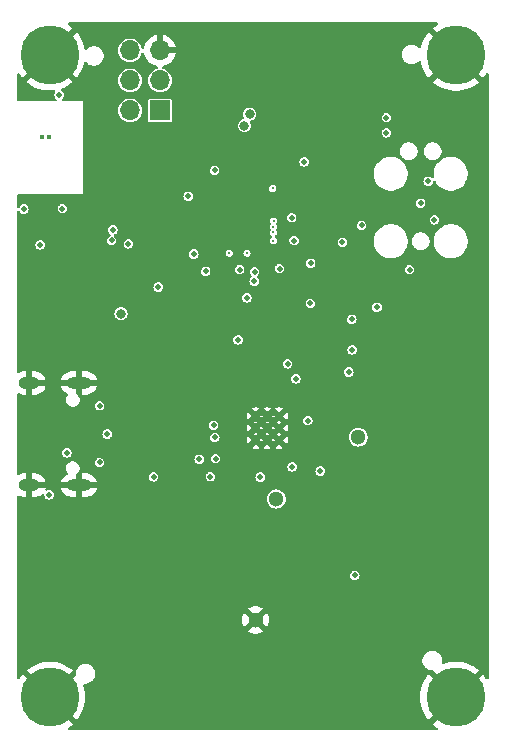
<source format=gbr>
G04 #@! TF.GenerationSoftware,KiCad,Pcbnew,8.0.9-8.0.9-0~ubuntu24.04.1*
G04 #@! TF.CreationDate,2025-04-11T12:42:36+02:00*
G04 #@! TF.ProjectId,Sensor_Nodes,53656e73-6f72-45f4-9e6f-6465732e6b69,rev?*
G04 #@! TF.SameCoordinates,Original*
G04 #@! TF.FileFunction,Copper,L2,Inr*
G04 #@! TF.FilePolarity,Positive*
%FSLAX46Y46*%
G04 Gerber Fmt 4.6, Leading zero omitted, Abs format (unit mm)*
G04 Created by KiCad (PCBNEW 8.0.9-8.0.9-0~ubuntu24.04.1) date 2025-04-11 12:42:36*
%MOMM*%
%LPD*%
G01*
G04 APERTURE LIST*
G04 #@! TA.AperFunction,ComponentPad*
%ADD10C,1.300000*%
G04 #@! TD*
G04 #@! TA.AperFunction,ComponentPad*
%ADD11C,0.800000*%
G04 #@! TD*
G04 #@! TA.AperFunction,ComponentPad*
%ADD12C,5.000000*%
G04 #@! TD*
G04 #@! TA.AperFunction,HeatsinkPad*
%ADD13C,0.500000*%
G04 #@! TD*
G04 #@! TA.AperFunction,ComponentPad*
%ADD14C,0.400000*%
G04 #@! TD*
G04 #@! TA.AperFunction,ComponentPad*
%ADD15R,0.900000X0.500000*%
G04 #@! TD*
G04 #@! TA.AperFunction,ComponentPad*
%ADD16O,2.100000X1.000000*%
G04 #@! TD*
G04 #@! TA.AperFunction,ComponentPad*
%ADD17O,1.800000X1.000000*%
G04 #@! TD*
G04 #@! TA.AperFunction,ComponentPad*
%ADD18R,1.700000X1.700000*%
G04 #@! TD*
G04 #@! TA.AperFunction,ComponentPad*
%ADD19O,1.700000X1.700000*%
G04 #@! TD*
G04 #@! TA.AperFunction,ViaPad*
%ADD20C,0.500000*%
G04 #@! TD*
G04 #@! TA.AperFunction,ViaPad*
%ADD21C,0.800000*%
G04 #@! TD*
G04 #@! TA.AperFunction,ViaPad*
%ADD22C,0.200000*%
G04 #@! TD*
G04 APERTURE END LIST*
D10*
X114120000Y-106731000D03*
X107185000Y-111971000D03*
D11*
X86115000Y-74376000D03*
X86664175Y-73050175D03*
X86664175Y-75701825D03*
X87990000Y-72501000D03*
D12*
X87990000Y-74376000D03*
D11*
X87990000Y-76251000D03*
X89315825Y-73050175D03*
X89315825Y-75701825D03*
X89865000Y-74376000D03*
D13*
X107435000Y-106971000D03*
X107435000Y-105971000D03*
X107435000Y-104971000D03*
X106435000Y-106971000D03*
X106435000Y-105971000D03*
X106435000Y-104971000D03*
X105435000Y-106971000D03*
X105435000Y-105971000D03*
X105435000Y-104971000D03*
D14*
X87320000Y-81308500D03*
X87920000Y-81308500D03*
D15*
X100830000Y-77146000D03*
D11*
X120509175Y-74386825D03*
X121058350Y-73061000D03*
X121058350Y-75712650D03*
X122384175Y-72511825D03*
D12*
X122384175Y-74386825D03*
D11*
X122384175Y-76261825D03*
X123710000Y-73061000D03*
X123710000Y-75712650D03*
X124259175Y-74386825D03*
X86129175Y-128756825D03*
X86678350Y-127431000D03*
X86678350Y-130082650D03*
X88004175Y-126881825D03*
D12*
X88004175Y-128756825D03*
D11*
X88004175Y-130631825D03*
X89330000Y-127431000D03*
X89330000Y-130082650D03*
X89879175Y-128756825D03*
D16*
X90480000Y-102151000D03*
D17*
X86280000Y-102151000D03*
D16*
X90480000Y-110791000D03*
D17*
X86280000Y-110791000D03*
D10*
X105430000Y-122211000D03*
D18*
X97340000Y-79071000D03*
D19*
X94800000Y-79071000D03*
X97340000Y-76531000D03*
X94800000Y-76531000D03*
X97340000Y-73991000D03*
X94800000Y-73991000D03*
D11*
X120500000Y-128751000D03*
X121049175Y-127425175D03*
X121049175Y-130076825D03*
X122375000Y-126876000D03*
D12*
X122375000Y-128751000D03*
D11*
X122375000Y-130626000D03*
X123700825Y-127425175D03*
X123700825Y-130076825D03*
X124250000Y-128751000D03*
D20*
X100960000Y-125721000D03*
X100440000Y-103241000D03*
X113480000Y-104721000D03*
X98710000Y-83091000D03*
X101240000Y-78161000D03*
X104210000Y-90401000D03*
X97270000Y-88901000D03*
X89680000Y-95591000D03*
X100960000Y-124661000D03*
X100200000Y-95361000D03*
D21*
X115340000Y-125201000D03*
D20*
X104210000Y-87401000D03*
X104210000Y-88401000D03*
X98605000Y-105511000D03*
X107740000Y-101261000D03*
X99295000Y-107761000D03*
X107980000Y-95171000D03*
X94180000Y-128711000D03*
X104210000Y-89401000D03*
X113500000Y-108711000D03*
X111290000Y-91361000D03*
X116710000Y-95711000D03*
X120890000Y-87601000D03*
X120000000Y-97541000D03*
X96830000Y-114761000D03*
X99730000Y-126821000D03*
X100960000Y-81451000D03*
X95610000Y-87151000D03*
X101970000Y-82391000D03*
X102240000Y-95351000D03*
X118250000Y-88341000D03*
X105950000Y-95231000D03*
X100960000Y-126821000D03*
X101240000Y-79151000D03*
X117940000Y-86331000D03*
X97260000Y-87901000D03*
X99730000Y-124661000D03*
X104210000Y-86401000D03*
X86430000Y-77761000D03*
X106210000Y-88401000D03*
X103210000Y-88401000D03*
X105210000Y-88401000D03*
X101240000Y-80151000D03*
X95160000Y-106481000D03*
X97310000Y-82461000D03*
X101210000Y-95351000D03*
X95680000Y-95621000D03*
X99960000Y-81461000D03*
X111250000Y-85651000D03*
X119960000Y-103551000D03*
X112000000Y-84291000D03*
X104460000Y-81471000D03*
X103470000Y-100541000D03*
X117940000Y-87601000D03*
X119410000Y-84431000D03*
X102610000Y-100361000D03*
X102210000Y-88401000D03*
X115710000Y-95731000D03*
X113830000Y-118441000D03*
X108490000Y-88151000D03*
X101210000Y-92681000D03*
X99725000Y-86326000D03*
X103950000Y-98501000D03*
X110910000Y-109601000D03*
X105830000Y-110111000D03*
X109550000Y-83421000D03*
X108140000Y-100521000D03*
X120580000Y-88341000D03*
X94670000Y-90371000D03*
X105320000Y-93531000D03*
X88810000Y-77761000D03*
X85810000Y-87421000D03*
X89085000Y-87381000D03*
X87190000Y-90451000D03*
X87950000Y-111621000D03*
X114410000Y-88801000D03*
D22*
X106960000Y-88406000D03*
D20*
X100200000Y-91231000D03*
X101967500Y-84143500D03*
X108690000Y-90091000D03*
D22*
X106950000Y-90091000D03*
D20*
X101990000Y-106761000D03*
X92230000Y-104071000D03*
X92230000Y-108871000D03*
X92870000Y-106471000D03*
X109850000Y-105331000D03*
X108540000Y-109251000D03*
X101880000Y-105721000D03*
X107460000Y-92461000D03*
X100658198Y-108609198D03*
X101610000Y-110081000D03*
X96800000Y-110091000D03*
X102050000Y-108551000D03*
X89460000Y-108061000D03*
X113590000Y-96761000D03*
X113610000Y-99331000D03*
X116515000Y-79671000D03*
X116515000Y-80971000D03*
X120050000Y-85061000D03*
X104090000Y-92541000D03*
X105350000Y-92731000D03*
X119410000Y-86921000D03*
X104700000Y-94941000D03*
D22*
X104700000Y-91151000D03*
D20*
X110070000Y-95411000D03*
D22*
X106950000Y-88901000D03*
D20*
X108850000Y-101801000D03*
X110100000Y-92001000D03*
X97180000Y-94021000D03*
X93240000Y-90081000D03*
X93350000Y-89171000D03*
D22*
X103200000Y-91150000D03*
D20*
X113337500Y-101218500D03*
X118470000Y-92541000D03*
D22*
X106950000Y-89400000D03*
D20*
X112790000Y-90221000D03*
D21*
X104490000Y-80371000D03*
X104940000Y-79371000D03*
D22*
X106890000Y-85671000D03*
D21*
X94040000Y-96271000D03*
G04 #@! TA.AperFunction,Conductor*
G36*
X120753122Y-71596458D02*
G01*
X120820156Y-71616143D01*
X120865910Y-71668948D01*
X120875851Y-71738107D01*
X120846825Y-71801662D01*
X120821253Y-71824057D01*
X120589669Y-71976372D01*
X120589662Y-71976377D01*
X120446992Y-72096089D01*
X121694049Y-73343145D01*
X121569855Y-73433379D01*
X121430729Y-73572505D01*
X121340495Y-73696698D01*
X120090323Y-72446526D01*
X120090321Y-72446526D01*
X120082148Y-72455191D01*
X119873464Y-72735502D01*
X119698736Y-73038141D01*
X119698730Y-73038154D01*
X119560320Y-73359024D01*
X119460091Y-73693813D01*
X119460089Y-73693821D01*
X119458218Y-73704432D01*
X119427188Y-73767033D01*
X119367239Y-73802920D01*
X119297405Y-73800700D01*
X119248422Y-73770574D01*
X119156866Y-73679018D01*
X119156862Y-73679015D01*
X119021492Y-73588563D01*
X119021490Y-73588562D01*
X118871082Y-73526262D01*
X118871073Y-73526259D01*
X118711406Y-73494500D01*
X118711403Y-73494500D01*
X118548597Y-73494500D01*
X118548594Y-73494500D01*
X118388926Y-73526259D01*
X118388917Y-73526262D01*
X118238509Y-73588562D01*
X118238507Y-73588563D01*
X118103137Y-73679015D01*
X118103133Y-73679018D01*
X117988018Y-73794133D01*
X117988015Y-73794137D01*
X117897563Y-73929507D01*
X117897562Y-73929509D01*
X117835262Y-74079917D01*
X117835259Y-74079926D01*
X117803500Y-74239592D01*
X117803500Y-74402407D01*
X117835259Y-74562073D01*
X117835262Y-74562082D01*
X117897562Y-74712490D01*
X117897563Y-74712492D01*
X117988015Y-74847862D01*
X117988018Y-74847866D01*
X118103133Y-74962981D01*
X118103137Y-74962984D01*
X118238505Y-75053435D01*
X118238506Y-75053435D01*
X118238507Y-75053436D01*
X118238509Y-75053437D01*
X118302226Y-75079829D01*
X118388919Y-75115738D01*
X118388921Y-75115738D01*
X118388926Y-75115740D01*
X118548592Y-75147499D01*
X118548595Y-75147500D01*
X118548597Y-75147500D01*
X118711405Y-75147500D01*
X118711406Y-75147499D01*
X118764629Y-75136912D01*
X118871073Y-75115740D01*
X118871076Y-75115738D01*
X118871081Y-75115738D01*
X119021495Y-75053435D01*
X119156863Y-74962984D01*
X119228689Y-74891157D01*
X119290010Y-74857674D01*
X119359702Y-74862658D01*
X119415636Y-74904529D01*
X119438485Y-74957307D01*
X119460089Y-75079829D01*
X119460091Y-75079836D01*
X119560320Y-75414625D01*
X119698730Y-75735495D01*
X119698736Y-75735508D01*
X119873464Y-76038147D01*
X120082147Y-76318456D01*
X120082151Y-76318461D01*
X120090322Y-76327122D01*
X120090323Y-76327123D01*
X121340495Y-75076950D01*
X121430729Y-75201145D01*
X121569855Y-75340271D01*
X121694048Y-75430503D01*
X120446992Y-76677558D01*
X120446993Y-76677559D01*
X120589655Y-76797267D01*
X120881636Y-76989305D01*
X121193914Y-77146139D01*
X121193920Y-77146141D01*
X121522305Y-77265663D01*
X121522308Y-77265664D01*
X121862346Y-77346254D01*
X122209451Y-77386824D01*
X122209452Y-77386825D01*
X122558898Y-77386825D01*
X122558898Y-77386824D01*
X122906002Y-77346254D01*
X122906004Y-77346254D01*
X123246041Y-77265664D01*
X123246044Y-77265663D01*
X123574429Y-77146141D01*
X123574435Y-77146139D01*
X123886713Y-76989305D01*
X124178690Y-76797270D01*
X124321355Y-76677559D01*
X124321356Y-76677558D01*
X123074301Y-75430503D01*
X123198495Y-75340271D01*
X123337621Y-75201145D01*
X123427854Y-75076950D01*
X124678025Y-76327122D01*
X124686207Y-76318450D01*
X124894883Y-76038150D01*
X124933137Y-75971891D01*
X124983704Y-75923675D01*
X125052310Y-75910451D01*
X125117176Y-75936418D01*
X125157705Y-75993332D01*
X125164525Y-76033888D01*
X125165285Y-127121139D01*
X125145601Y-127188179D01*
X125092798Y-127233935D01*
X125023640Y-127243879D01*
X124960084Y-127214855D01*
X124933898Y-127183141D01*
X124885710Y-127099677D01*
X124677029Y-126819371D01*
X124668850Y-126810701D01*
X124668850Y-126810700D01*
X123418678Y-128060873D01*
X123328446Y-127936680D01*
X123189320Y-127797554D01*
X123065125Y-127707320D01*
X124312181Y-126460265D01*
X124312180Y-126460264D01*
X124169519Y-126340557D01*
X123877538Y-126148519D01*
X123565260Y-125991685D01*
X123565254Y-125991683D01*
X123236869Y-125872161D01*
X123236866Y-125872160D01*
X122896828Y-125791570D01*
X122549723Y-125751000D01*
X122200277Y-125751000D01*
X121853172Y-125791570D01*
X121853170Y-125791570D01*
X121513133Y-125872160D01*
X121513130Y-125872161D01*
X121372527Y-125923336D01*
X121302798Y-125927767D01*
X121241742Y-125893796D01*
X121208745Y-125832209D01*
X121208500Y-125782622D01*
X121216500Y-125742405D01*
X121216500Y-125579594D01*
X121216499Y-125579592D01*
X121184740Y-125419926D01*
X121184737Y-125419917D01*
X121122437Y-125269509D01*
X121122436Y-125269507D01*
X121031984Y-125134137D01*
X121031981Y-125134133D01*
X120916866Y-125019018D01*
X120916862Y-125019015D01*
X120781492Y-124928563D01*
X120781490Y-124928562D01*
X120631082Y-124866262D01*
X120631073Y-124866259D01*
X120471406Y-124834500D01*
X120471403Y-124834500D01*
X120308597Y-124834500D01*
X120308594Y-124834500D01*
X120148926Y-124866259D01*
X120148917Y-124866262D01*
X119998509Y-124928562D01*
X119998507Y-124928563D01*
X119863137Y-125019015D01*
X119863133Y-125019018D01*
X119748018Y-125134133D01*
X119748015Y-125134137D01*
X119657563Y-125269507D01*
X119657562Y-125269509D01*
X119595262Y-125419917D01*
X119595259Y-125419926D01*
X119563500Y-125579592D01*
X119563500Y-125742407D01*
X119595259Y-125902073D01*
X119595262Y-125902082D01*
X119657562Y-126052490D01*
X119657563Y-126052492D01*
X119748015Y-126187862D01*
X119748018Y-126187866D01*
X119863133Y-126302981D01*
X119863137Y-126302984D01*
X119998505Y-126393435D01*
X119998506Y-126393435D01*
X119998507Y-126393436D01*
X119998509Y-126393437D01*
X120098781Y-126434970D01*
X120148919Y-126455738D01*
X120148921Y-126455738D01*
X120148926Y-126455740D01*
X120308592Y-126487499D01*
X120308595Y-126487500D01*
X120413691Y-126487500D01*
X120480730Y-126507185D01*
X120501372Y-126523819D01*
X121684873Y-127707320D01*
X121560680Y-127797554D01*
X121421554Y-127936680D01*
X121331320Y-128060873D01*
X120081148Y-126810701D01*
X120081146Y-126810701D01*
X120072973Y-126819366D01*
X119864289Y-127099677D01*
X119689561Y-127402316D01*
X119689555Y-127402329D01*
X119551145Y-127723199D01*
X119450916Y-128057988D01*
X119450914Y-128057997D01*
X119390236Y-128402119D01*
X119390235Y-128402130D01*
X119369916Y-128750996D01*
X119369916Y-128751003D01*
X119390235Y-129099869D01*
X119390236Y-129099880D01*
X119450914Y-129444002D01*
X119450916Y-129444011D01*
X119551145Y-129778800D01*
X119689555Y-130099670D01*
X119689561Y-130099683D01*
X119864289Y-130402322D01*
X120072972Y-130682631D01*
X120072976Y-130682636D01*
X120081147Y-130691297D01*
X120081148Y-130691298D01*
X121331320Y-129441125D01*
X121421554Y-129565320D01*
X121560680Y-129704446D01*
X121684873Y-129794678D01*
X120437817Y-131041733D01*
X120437818Y-131041734D01*
X120580480Y-131161442D01*
X120834039Y-131328210D01*
X120879233Y-131381495D01*
X120888444Y-131450755D01*
X120858749Y-131514000D01*
X120799575Y-131551151D01*
X120765864Y-131555811D01*
X89635772Y-131546815D01*
X89568738Y-131527111D01*
X89522999Y-131474294D01*
X89513075Y-131405132D01*
X89542119Y-131341585D01*
X89567669Y-131319214D01*
X89798691Y-131167270D01*
X89941355Y-131047559D01*
X89941356Y-131047558D01*
X88694300Y-129800504D01*
X88818495Y-129710271D01*
X88957621Y-129571145D01*
X89047854Y-129446951D01*
X90298025Y-130697122D01*
X90306207Y-130688450D01*
X90514885Y-130408147D01*
X90689613Y-130105508D01*
X90689619Y-130105495D01*
X90828029Y-129784625D01*
X90928258Y-129449836D01*
X90928260Y-129449827D01*
X90988938Y-129105705D01*
X90988939Y-129105694D01*
X91009259Y-128756828D01*
X91009259Y-128756821D01*
X90988939Y-128407955D01*
X90988938Y-128407944D01*
X90928260Y-128063822D01*
X90928258Y-128063813D01*
X90836424Y-127757064D01*
X90836055Y-127687195D01*
X90873518Y-127628218D01*
X90936919Y-127598857D01*
X90955215Y-127597500D01*
X91111405Y-127597500D01*
X91111406Y-127597499D01*
X91164629Y-127586912D01*
X91271073Y-127565740D01*
X91271076Y-127565738D01*
X91271081Y-127565738D01*
X91421495Y-127503435D01*
X91556863Y-127412984D01*
X91671984Y-127297863D01*
X91762435Y-127162495D01*
X91824738Y-127012081D01*
X91856500Y-126852403D01*
X91856500Y-126689597D01*
X91856500Y-126689594D01*
X91856499Y-126689592D01*
X91824740Y-126529926D01*
X91824737Y-126529917D01*
X91762437Y-126379509D01*
X91762436Y-126379507D01*
X91740302Y-126346382D01*
X91671984Y-126244137D01*
X91671981Y-126244133D01*
X91556866Y-126129018D01*
X91556862Y-126129015D01*
X91421492Y-126038563D01*
X91421490Y-126038562D01*
X91271082Y-125976262D01*
X91271073Y-125976259D01*
X91111406Y-125944500D01*
X91111403Y-125944500D01*
X90948597Y-125944500D01*
X90948594Y-125944500D01*
X90788926Y-125976259D01*
X90788917Y-125976262D01*
X90638509Y-126038562D01*
X90638507Y-126038563D01*
X90503137Y-126129015D01*
X90503133Y-126129018D01*
X90388018Y-126244133D01*
X90388015Y-126244137D01*
X90297563Y-126379507D01*
X90297562Y-126379509D01*
X90235262Y-126529917D01*
X90235259Y-126529926D01*
X90203500Y-126689592D01*
X90203500Y-126858494D01*
X90200915Y-126858494D01*
X90189983Y-126916090D01*
X90167288Y-126947263D01*
X89047853Y-128066698D01*
X88957621Y-127942505D01*
X88818495Y-127803379D01*
X88694300Y-127713145D01*
X89941356Y-126466090D01*
X89941355Y-126466089D01*
X89798694Y-126346382D01*
X89506713Y-126154344D01*
X89194435Y-125997510D01*
X89194429Y-125997508D01*
X88866044Y-125877986D01*
X88866041Y-125877985D01*
X88526003Y-125797395D01*
X88178898Y-125756825D01*
X87829452Y-125756825D01*
X87482347Y-125797395D01*
X87482345Y-125797395D01*
X87142308Y-125877985D01*
X87142305Y-125877986D01*
X86813920Y-125997508D01*
X86813914Y-125997510D01*
X86501636Y-126154344D01*
X86209660Y-126346379D01*
X86066992Y-126466089D01*
X87314049Y-127713145D01*
X87189855Y-127803379D01*
X87050729Y-127942505D01*
X86960495Y-128066699D01*
X85710323Y-126816526D01*
X85710321Y-126816526D01*
X85702148Y-126825191D01*
X85493464Y-127105502D01*
X85446075Y-127187584D01*
X85395508Y-127235800D01*
X85326901Y-127249023D01*
X85262036Y-127223055D01*
X85221508Y-127166141D01*
X85214688Y-127125584D01*
X85214688Y-122210999D01*
X104275073Y-122210999D01*
X104275073Y-122211000D01*
X104294737Y-122423216D01*
X104294738Y-122423219D01*
X104353058Y-122628196D01*
X104353066Y-122628216D01*
X104448060Y-122818990D01*
X104456834Y-122830609D01*
X104456835Y-122830609D01*
X105030000Y-122257445D01*
X105030000Y-122263661D01*
X105057259Y-122365394D01*
X105109920Y-122456606D01*
X105184394Y-122531080D01*
X105275606Y-122583741D01*
X105377339Y-122611000D01*
X105383553Y-122611000D01*
X104812991Y-123181559D01*
X104915204Y-123244847D01*
X104915208Y-123244849D01*
X105113936Y-123321836D01*
X105113941Y-123321837D01*
X105323439Y-123361000D01*
X105536561Y-123361000D01*
X105746058Y-123321837D01*
X105746063Y-123321836D01*
X105944791Y-123244849D01*
X105944798Y-123244846D01*
X106047006Y-123181560D01*
X106047006Y-123181559D01*
X105476448Y-122611000D01*
X105482661Y-122611000D01*
X105584394Y-122583741D01*
X105675606Y-122531080D01*
X105750080Y-122456606D01*
X105802741Y-122365394D01*
X105830000Y-122263661D01*
X105830000Y-122257447D01*
X106403163Y-122830610D01*
X106411935Y-122818996D01*
X106411938Y-122818991D01*
X106506935Y-122628211D01*
X106506941Y-122628196D01*
X106565261Y-122423219D01*
X106565262Y-122423216D01*
X106584927Y-122211000D01*
X106584927Y-122210999D01*
X106565262Y-121998783D01*
X106565261Y-121998780D01*
X106506941Y-121793803D01*
X106506933Y-121793783D01*
X106411940Y-121603010D01*
X106403163Y-121591388D01*
X105830000Y-122164551D01*
X105830000Y-122158339D01*
X105802741Y-122056606D01*
X105750080Y-121965394D01*
X105675606Y-121890920D01*
X105584394Y-121838259D01*
X105482661Y-121811000D01*
X105476447Y-121811000D01*
X106047007Y-121240439D01*
X105944793Y-121177151D01*
X105944789Y-121177149D01*
X105746063Y-121100163D01*
X105746058Y-121100162D01*
X105536561Y-121061000D01*
X105323439Y-121061000D01*
X105113941Y-121100162D01*
X105113936Y-121100163D01*
X104915210Y-121177149D01*
X104915201Y-121177154D01*
X104812992Y-121240438D01*
X104812991Y-121240439D01*
X105383554Y-121811000D01*
X105377339Y-121811000D01*
X105275606Y-121838259D01*
X105184394Y-121890920D01*
X105109920Y-121965394D01*
X105057259Y-122056606D01*
X105030000Y-122158339D01*
X105030000Y-122164554D01*
X104456835Y-121591389D01*
X104448056Y-121603015D01*
X104353066Y-121793783D01*
X104353058Y-121793803D01*
X104294738Y-121998780D01*
X104294737Y-121998783D01*
X104275073Y-122210999D01*
X85214688Y-122210999D01*
X85214688Y-118440996D01*
X113424508Y-118440996D01*
X113424508Y-118441003D01*
X113444352Y-118566300D01*
X113444352Y-118566301D01*
X113444354Y-118566304D01*
X113501950Y-118679342D01*
X113501952Y-118679344D01*
X113501954Y-118679347D01*
X113591652Y-118769045D01*
X113591654Y-118769046D01*
X113591658Y-118769050D01*
X113704696Y-118826646D01*
X113704697Y-118826646D01*
X113704699Y-118826647D01*
X113829997Y-118846492D01*
X113830000Y-118846492D01*
X113830003Y-118846492D01*
X113955300Y-118826647D01*
X113955301Y-118826647D01*
X113955302Y-118826646D01*
X113955304Y-118826646D01*
X114068342Y-118769050D01*
X114158050Y-118679342D01*
X114215646Y-118566304D01*
X114215646Y-118566302D01*
X114215647Y-118566301D01*
X114215647Y-118566300D01*
X114235492Y-118441003D01*
X114235492Y-118440996D01*
X114215647Y-118315699D01*
X114215647Y-118315698D01*
X114215646Y-118315696D01*
X114158050Y-118202658D01*
X114158046Y-118202654D01*
X114158045Y-118202652D01*
X114068347Y-118112954D01*
X114068344Y-118112952D01*
X114068342Y-118112950D01*
X113955304Y-118055354D01*
X113955303Y-118055353D01*
X113955300Y-118055352D01*
X113830003Y-118035508D01*
X113829997Y-118035508D01*
X113704699Y-118055352D01*
X113704698Y-118055352D01*
X113629337Y-118093751D01*
X113591658Y-118112950D01*
X113591657Y-118112951D01*
X113591652Y-118112954D01*
X113501954Y-118202652D01*
X113501951Y-118202657D01*
X113444352Y-118315698D01*
X113444352Y-118315699D01*
X113424508Y-118440996D01*
X85214688Y-118440996D01*
X85214688Y-111781131D01*
X85234373Y-111714092D01*
X85287177Y-111668337D01*
X85356335Y-111658393D01*
X85400425Y-111675290D01*
X85400947Y-111674316D01*
X85406328Y-111677192D01*
X85588306Y-111752569D01*
X85588318Y-111752572D01*
X85781504Y-111790999D01*
X85781508Y-111791000D01*
X86030000Y-111791000D01*
X86030000Y-111091000D01*
X86530000Y-111091000D01*
X86530000Y-111791000D01*
X86778492Y-111791000D01*
X86778495Y-111790999D01*
X86971681Y-111752572D01*
X86971693Y-111752569D01*
X87153671Y-111677192D01*
X87153684Y-111677185D01*
X87317462Y-111567751D01*
X87317465Y-111567749D01*
X87334097Y-111551117D01*
X87395419Y-111517630D01*
X87465111Y-111522613D01*
X87521045Y-111564483D01*
X87544253Y-111619398D01*
X87564352Y-111746300D01*
X87564352Y-111746301D01*
X87582099Y-111781131D01*
X87621950Y-111859342D01*
X87621952Y-111859344D01*
X87621954Y-111859347D01*
X87711652Y-111949045D01*
X87711654Y-111949046D01*
X87711658Y-111949050D01*
X87824696Y-112006646D01*
X87824697Y-112006646D01*
X87824699Y-112006647D01*
X87949997Y-112026492D01*
X87950000Y-112026492D01*
X87950003Y-112026492D01*
X88075300Y-112006647D01*
X88075301Y-112006647D01*
X88075302Y-112006646D01*
X88075304Y-112006646D01*
X88145271Y-111970996D01*
X106379435Y-111970996D01*
X106379435Y-111971003D01*
X106399630Y-112150249D01*
X106399631Y-112150254D01*
X106459211Y-112320523D01*
X106555184Y-112473262D01*
X106682738Y-112600816D01*
X106835478Y-112696789D01*
X107005745Y-112756368D01*
X107005750Y-112756369D01*
X107184996Y-112776565D01*
X107185000Y-112776565D01*
X107185004Y-112776565D01*
X107364249Y-112756369D01*
X107364252Y-112756368D01*
X107364255Y-112756368D01*
X107534522Y-112696789D01*
X107687262Y-112600816D01*
X107814816Y-112473262D01*
X107910789Y-112320522D01*
X107970368Y-112150255D01*
X107990565Y-111971000D01*
X107988091Y-111949045D01*
X107970369Y-111791750D01*
X107970368Y-111791745D01*
X107956660Y-111752569D01*
X107910789Y-111621478D01*
X107814816Y-111468738D01*
X107687262Y-111341184D01*
X107534523Y-111245211D01*
X107364254Y-111185631D01*
X107364249Y-111185630D01*
X107185004Y-111165435D01*
X107184996Y-111165435D01*
X107005750Y-111185630D01*
X107005745Y-111185631D01*
X106835476Y-111245211D01*
X106682737Y-111341184D01*
X106555184Y-111468737D01*
X106459211Y-111621476D01*
X106399631Y-111791745D01*
X106399630Y-111791750D01*
X106379435Y-111970996D01*
X88145271Y-111970996D01*
X88188342Y-111949050D01*
X88278050Y-111859342D01*
X88335646Y-111746304D01*
X88335646Y-111746302D01*
X88335647Y-111746301D01*
X88335647Y-111746300D01*
X88355492Y-111621003D01*
X88355492Y-111620996D01*
X88335647Y-111495699D01*
X88335647Y-111495698D01*
X88321910Y-111468738D01*
X88278050Y-111382658D01*
X88278046Y-111382654D01*
X88278045Y-111382652D01*
X88188347Y-111292954D01*
X88188344Y-111292952D01*
X88188342Y-111292950D01*
X88075304Y-111235354D01*
X88075303Y-111235353D01*
X88075300Y-111235352D01*
X87950003Y-111215508D01*
X87949997Y-111215508D01*
X87824699Y-111235352D01*
X87824693Y-111235354D01*
X87811907Y-111241869D01*
X87743238Y-111254763D01*
X87678498Y-111228483D01*
X87638244Y-111171375D01*
X87635254Y-111101570D01*
X87641060Y-111083918D01*
X87641571Y-111082684D01*
X87649862Y-111041000D01*
X86846988Y-111041000D01*
X86864205Y-111031060D01*
X86920060Y-110975205D01*
X86959556Y-110906796D01*
X86980000Y-110830496D01*
X86980000Y-110751504D01*
X86959556Y-110675204D01*
X86920060Y-110606795D01*
X86864205Y-110550940D01*
X86846988Y-110541000D01*
X87649862Y-110541000D01*
X88960138Y-110541000D01*
X89763012Y-110541000D01*
X89745795Y-110550940D01*
X89689940Y-110606795D01*
X89650444Y-110675204D01*
X89630000Y-110751504D01*
X89630000Y-110830496D01*
X89650444Y-110906796D01*
X89689940Y-110975205D01*
X89745795Y-111031060D01*
X89763012Y-111041000D01*
X88960138Y-111041000D01*
X88968430Y-111082690D01*
X88968430Y-111082692D01*
X89043807Y-111264671D01*
X89043814Y-111264684D01*
X89153248Y-111428462D01*
X89153251Y-111428466D01*
X89292533Y-111567748D01*
X89292537Y-111567751D01*
X89456315Y-111677185D01*
X89456328Y-111677192D01*
X89638306Y-111752569D01*
X89638318Y-111752572D01*
X89831504Y-111790999D01*
X89831508Y-111791000D01*
X90230000Y-111791000D01*
X90230000Y-111091000D01*
X90730000Y-111091000D01*
X90730000Y-111791000D01*
X91128492Y-111791000D01*
X91128495Y-111790999D01*
X91321681Y-111752572D01*
X91321693Y-111752569D01*
X91503671Y-111677192D01*
X91503684Y-111677185D01*
X91667462Y-111567751D01*
X91667466Y-111567748D01*
X91806748Y-111428466D01*
X91806751Y-111428462D01*
X91916185Y-111264684D01*
X91916192Y-111264671D01*
X91991569Y-111082692D01*
X91991569Y-111082690D01*
X91999862Y-111041000D01*
X91196988Y-111041000D01*
X91214205Y-111031060D01*
X91270060Y-110975205D01*
X91309556Y-110906796D01*
X91330000Y-110830496D01*
X91330000Y-110751504D01*
X91309556Y-110675204D01*
X91270060Y-110606795D01*
X91214205Y-110550940D01*
X91196988Y-110541000D01*
X91999862Y-110541000D01*
X91991569Y-110499309D01*
X91991569Y-110499307D01*
X91916192Y-110317328D01*
X91916185Y-110317315D01*
X91806751Y-110153537D01*
X91806748Y-110153533D01*
X91744211Y-110090996D01*
X96394508Y-110090996D01*
X96394508Y-110091003D01*
X96414352Y-110216300D01*
X96414352Y-110216301D01*
X96432805Y-110252517D01*
X96471950Y-110329342D01*
X96471952Y-110329344D01*
X96471954Y-110329347D01*
X96561652Y-110419045D01*
X96561654Y-110419046D01*
X96561658Y-110419050D01*
X96674696Y-110476646D01*
X96674697Y-110476646D01*
X96674699Y-110476647D01*
X96799997Y-110496492D01*
X96800000Y-110496492D01*
X96800003Y-110496492D01*
X96925300Y-110476647D01*
X96925301Y-110476647D01*
X96925302Y-110476646D01*
X96925304Y-110476646D01*
X97038342Y-110419050D01*
X97128050Y-110329342D01*
X97185646Y-110216304D01*
X97185646Y-110216302D01*
X97185647Y-110216301D01*
X97185647Y-110216300D01*
X97205492Y-110091003D01*
X97205492Y-110090996D01*
X97203908Y-110080996D01*
X101204508Y-110080996D01*
X101204508Y-110081003D01*
X101224352Y-110206300D01*
X101224352Y-110206301D01*
X101229449Y-110216304D01*
X101281950Y-110319342D01*
X101281952Y-110319344D01*
X101281954Y-110319347D01*
X101371652Y-110409045D01*
X101371654Y-110409046D01*
X101371658Y-110409050D01*
X101484696Y-110466646D01*
X101484697Y-110466646D01*
X101484699Y-110466647D01*
X101609997Y-110486492D01*
X101610000Y-110486492D01*
X101610003Y-110486492D01*
X101735300Y-110466647D01*
X101735301Y-110466647D01*
X101735302Y-110466646D01*
X101735304Y-110466646D01*
X101848342Y-110409050D01*
X101938050Y-110319342D01*
X101995646Y-110206304D01*
X101995646Y-110206302D01*
X101995647Y-110206301D01*
X101995647Y-110206300D01*
X102010742Y-110110996D01*
X105424508Y-110110996D01*
X105424508Y-110111003D01*
X105444352Y-110236300D01*
X105444352Y-110236301D01*
X105444354Y-110236304D01*
X105501950Y-110349342D01*
X105501952Y-110349344D01*
X105501954Y-110349347D01*
X105591652Y-110439045D01*
X105591654Y-110439046D01*
X105591658Y-110439050D01*
X105704696Y-110496646D01*
X105704697Y-110496646D01*
X105704699Y-110496647D01*
X105829997Y-110516492D01*
X105830000Y-110516492D01*
X105830003Y-110516492D01*
X105955300Y-110496647D01*
X105955301Y-110496647D01*
X105955302Y-110496646D01*
X105955304Y-110496646D01*
X106068342Y-110439050D01*
X106158050Y-110349342D01*
X106215646Y-110236304D01*
X106215646Y-110236302D01*
X106215647Y-110236301D01*
X106215647Y-110236300D01*
X106235492Y-110111003D01*
X106235492Y-110110996D01*
X106215647Y-109985699D01*
X106215647Y-109985698D01*
X106205455Y-109965696D01*
X106158050Y-109872658D01*
X106158046Y-109872654D01*
X106158045Y-109872652D01*
X106068347Y-109782954D01*
X106068344Y-109782952D01*
X106068342Y-109782950D01*
X105955304Y-109725354D01*
X105955303Y-109725353D01*
X105955300Y-109725352D01*
X105830003Y-109705508D01*
X105829997Y-109705508D01*
X105704699Y-109725352D01*
X105704698Y-109725352D01*
X105650536Y-109752950D01*
X105591658Y-109782950D01*
X105591657Y-109782951D01*
X105591652Y-109782954D01*
X105501954Y-109872652D01*
X105501951Y-109872657D01*
X105501950Y-109872658D01*
X105485569Y-109904807D01*
X105444352Y-109985698D01*
X105444352Y-109985699D01*
X105424508Y-110110996D01*
X102010742Y-110110996D01*
X102015492Y-110081003D01*
X102015492Y-110080996D01*
X101995647Y-109955699D01*
X101995647Y-109955698D01*
X101982068Y-109929048D01*
X101938050Y-109842658D01*
X101938046Y-109842654D01*
X101938045Y-109842652D01*
X101848347Y-109752954D01*
X101848344Y-109752952D01*
X101848342Y-109752950D01*
X101735304Y-109695354D01*
X101735303Y-109695353D01*
X101735300Y-109695352D01*
X101610003Y-109675508D01*
X101609997Y-109675508D01*
X101484699Y-109695352D01*
X101484698Y-109695352D01*
X101425818Y-109725354D01*
X101371658Y-109752950D01*
X101371657Y-109752951D01*
X101371652Y-109752954D01*
X101281954Y-109842652D01*
X101281951Y-109842657D01*
X101281950Y-109842658D01*
X101262751Y-109880337D01*
X101224352Y-109955698D01*
X101224352Y-109955699D01*
X101204508Y-110080996D01*
X97203908Y-110080996D01*
X97185647Y-109965699D01*
X97185647Y-109965698D01*
X97173183Y-109941237D01*
X97128050Y-109852658D01*
X97128046Y-109852654D01*
X97128045Y-109852652D01*
X97038347Y-109762954D01*
X97038344Y-109762952D01*
X97038342Y-109762950D01*
X96925304Y-109705354D01*
X96925303Y-109705353D01*
X96925300Y-109705352D01*
X96800003Y-109685508D01*
X96799997Y-109685508D01*
X96674699Y-109705352D01*
X96674698Y-109705352D01*
X96633585Y-109726301D01*
X96561658Y-109762950D01*
X96561657Y-109762951D01*
X96561652Y-109762954D01*
X96471954Y-109852652D01*
X96471951Y-109852657D01*
X96471950Y-109852658D01*
X96460975Y-109874198D01*
X96414352Y-109965698D01*
X96414352Y-109965699D01*
X96394508Y-110090996D01*
X91744211Y-110090996D01*
X91667466Y-110014251D01*
X91667462Y-110014248D01*
X91503684Y-109904814D01*
X91503671Y-109904807D01*
X91321693Y-109829430D01*
X91321681Y-109829427D01*
X91128495Y-109791000D01*
X90730000Y-109791000D01*
X90730000Y-110491000D01*
X90230000Y-110491000D01*
X90230000Y-109941237D01*
X90249685Y-109874198D01*
X90292000Y-109833850D01*
X90313365Y-109821515D01*
X90420515Y-109714365D01*
X90496281Y-109583135D01*
X90535500Y-109436766D01*
X90535500Y-109285234D01*
X90496281Y-109138865D01*
X90420515Y-109007635D01*
X90313365Y-108900485D01*
X90262289Y-108870996D01*
X91824508Y-108870996D01*
X91824508Y-108871003D01*
X91844352Y-108996300D01*
X91844352Y-108996301D01*
X91844354Y-108996304D01*
X91901950Y-109109342D01*
X91901952Y-109109344D01*
X91901954Y-109109347D01*
X91991652Y-109199045D01*
X91991654Y-109199046D01*
X91991658Y-109199050D01*
X92104696Y-109256646D01*
X92104697Y-109256646D01*
X92104699Y-109256647D01*
X92229997Y-109276492D01*
X92230000Y-109276492D01*
X92230003Y-109276492D01*
X92355300Y-109256647D01*
X92355301Y-109256647D01*
X92355302Y-109256646D01*
X92355304Y-109256646D01*
X92366393Y-109250996D01*
X108134508Y-109250996D01*
X108134508Y-109251003D01*
X108154352Y-109376300D01*
X108154352Y-109376301D01*
X108154354Y-109376304D01*
X108211950Y-109489342D01*
X108211952Y-109489344D01*
X108211954Y-109489347D01*
X108301652Y-109579045D01*
X108301654Y-109579046D01*
X108301658Y-109579050D01*
X108414696Y-109636646D01*
X108414697Y-109636646D01*
X108414699Y-109636647D01*
X108539997Y-109656492D01*
X108540000Y-109656492D01*
X108540003Y-109656492D01*
X108665300Y-109636647D01*
X108665301Y-109636647D01*
X108665302Y-109636646D01*
X108665304Y-109636646D01*
X108735271Y-109600996D01*
X110504508Y-109600996D01*
X110504508Y-109601003D01*
X110524352Y-109726300D01*
X110524352Y-109726301D01*
X110524354Y-109726304D01*
X110581950Y-109839342D01*
X110581952Y-109839344D01*
X110581954Y-109839347D01*
X110671652Y-109929045D01*
X110671654Y-109929046D01*
X110671658Y-109929050D01*
X110784696Y-109986646D01*
X110784697Y-109986646D01*
X110784699Y-109986647D01*
X110909997Y-110006492D01*
X110910000Y-110006492D01*
X110910003Y-110006492D01*
X111035300Y-109986647D01*
X111035301Y-109986647D01*
X111035302Y-109986646D01*
X111035304Y-109986646D01*
X111148342Y-109929050D01*
X111238050Y-109839342D01*
X111295646Y-109726304D01*
X111295646Y-109726302D01*
X111295647Y-109726301D01*
X111295647Y-109726300D01*
X111315492Y-109601003D01*
X111315492Y-109600996D01*
X111295647Y-109475699D01*
X111295647Y-109475698D01*
X111275810Y-109436766D01*
X111238050Y-109362658D01*
X111238046Y-109362654D01*
X111238045Y-109362652D01*
X111148347Y-109272954D01*
X111148344Y-109272952D01*
X111148342Y-109272950D01*
X111035304Y-109215354D01*
X111035303Y-109215353D01*
X111035300Y-109215352D01*
X110910003Y-109195508D01*
X110909997Y-109195508D01*
X110784699Y-109215352D01*
X110784698Y-109215352D01*
X110714745Y-109250996D01*
X110671658Y-109272950D01*
X110671657Y-109272951D01*
X110671652Y-109272954D01*
X110581954Y-109362652D01*
X110581951Y-109362657D01*
X110524352Y-109475698D01*
X110524352Y-109475699D01*
X110504508Y-109600996D01*
X108735271Y-109600996D01*
X108778342Y-109579050D01*
X108868050Y-109489342D01*
X108925646Y-109376304D01*
X108925646Y-109376302D01*
X108925647Y-109376301D01*
X108925647Y-109376300D01*
X108945492Y-109251003D01*
X108945492Y-109250996D01*
X108925647Y-109125699D01*
X108925647Y-109125698D01*
X108925646Y-109125696D01*
X108868050Y-109012658D01*
X108868046Y-109012654D01*
X108868045Y-109012652D01*
X108778347Y-108922954D01*
X108778344Y-108922952D01*
X108778342Y-108922950D01*
X108665304Y-108865354D01*
X108665303Y-108865353D01*
X108665300Y-108865352D01*
X108540003Y-108845508D01*
X108539997Y-108845508D01*
X108414699Y-108865352D01*
X108414698Y-108865352D01*
X108345748Y-108900485D01*
X108301658Y-108922950D01*
X108301657Y-108922951D01*
X108301652Y-108922954D01*
X108211954Y-109012652D01*
X108211951Y-109012657D01*
X108154352Y-109125698D01*
X108154352Y-109125699D01*
X108134508Y-109250996D01*
X92366393Y-109250996D01*
X92468342Y-109199050D01*
X92558050Y-109109342D01*
X92615646Y-108996304D01*
X92615646Y-108996302D01*
X92615647Y-108996301D01*
X92615647Y-108996300D01*
X92635492Y-108871003D01*
X92635492Y-108870996D01*
X92615647Y-108745699D01*
X92615647Y-108745698D01*
X92609940Y-108734498D01*
X92558050Y-108632658D01*
X92558046Y-108632654D01*
X92558045Y-108632652D01*
X92534587Y-108609194D01*
X100252706Y-108609194D01*
X100252706Y-108609201D01*
X100272550Y-108734498D01*
X100272550Y-108734499D01*
X100278257Y-108745699D01*
X100330148Y-108847540D01*
X100330150Y-108847542D01*
X100330152Y-108847545D01*
X100419850Y-108937243D01*
X100419852Y-108937244D01*
X100419856Y-108937248D01*
X100532894Y-108994844D01*
X100532895Y-108994844D01*
X100532897Y-108994845D01*
X100658195Y-109014690D01*
X100658198Y-109014690D01*
X100658201Y-109014690D01*
X100783498Y-108994845D01*
X100783499Y-108994845D01*
X100783500Y-108994844D01*
X100783502Y-108994844D01*
X100896540Y-108937248D01*
X100986248Y-108847540D01*
X101043844Y-108734502D01*
X101043844Y-108734500D01*
X101043845Y-108734499D01*
X101043845Y-108734498D01*
X101063690Y-108609201D01*
X101063690Y-108609194D01*
X101054472Y-108550996D01*
X101644508Y-108550996D01*
X101644508Y-108551003D01*
X101664352Y-108676300D01*
X101664352Y-108676301D01*
X101664354Y-108676304D01*
X101721950Y-108789342D01*
X101721952Y-108789344D01*
X101721954Y-108789347D01*
X101811652Y-108879045D01*
X101811654Y-108879046D01*
X101811658Y-108879050D01*
X101924696Y-108936646D01*
X101924697Y-108936646D01*
X101924699Y-108936647D01*
X102049997Y-108956492D01*
X102050000Y-108956492D01*
X102050003Y-108956492D01*
X102175300Y-108936647D01*
X102175301Y-108936647D01*
X102175302Y-108936646D01*
X102175304Y-108936646D01*
X102288342Y-108879050D01*
X102378050Y-108789342D01*
X102435646Y-108676304D01*
X102435646Y-108676302D01*
X102435647Y-108676301D01*
X102435647Y-108676300D01*
X102455492Y-108551003D01*
X102455492Y-108550996D01*
X102435647Y-108425699D01*
X102435647Y-108425698D01*
X102435646Y-108425696D01*
X102378050Y-108312658D01*
X102378046Y-108312654D01*
X102378045Y-108312652D01*
X102288347Y-108222954D01*
X102288344Y-108222952D01*
X102288342Y-108222950D01*
X102175304Y-108165354D01*
X102175303Y-108165353D01*
X102175300Y-108165352D01*
X102050003Y-108145508D01*
X102049997Y-108145508D01*
X101924699Y-108165352D01*
X101924698Y-108165352D01*
X101883585Y-108186301D01*
X101811658Y-108222950D01*
X101811657Y-108222951D01*
X101811652Y-108222954D01*
X101721954Y-108312652D01*
X101721951Y-108312657D01*
X101664352Y-108425698D01*
X101664352Y-108425699D01*
X101644508Y-108550996D01*
X101054472Y-108550996D01*
X101043845Y-108483897D01*
X101043845Y-108483896D01*
X101034476Y-108465508D01*
X100986248Y-108370856D01*
X100986244Y-108370852D01*
X100986243Y-108370850D01*
X100896545Y-108281152D01*
X100896542Y-108281150D01*
X100896540Y-108281148D01*
X100783502Y-108223552D01*
X100783501Y-108223551D01*
X100783498Y-108223550D01*
X100658201Y-108203706D01*
X100658195Y-108203706D01*
X100532897Y-108223550D01*
X100532896Y-108223550D01*
X100457535Y-108261949D01*
X100419856Y-108281148D01*
X100419855Y-108281149D01*
X100419850Y-108281152D01*
X100330152Y-108370850D01*
X100330149Y-108370855D01*
X100272550Y-108483896D01*
X100272550Y-108483897D01*
X100252706Y-108609194D01*
X92534587Y-108609194D01*
X92468347Y-108542954D01*
X92468344Y-108542952D01*
X92468342Y-108542950D01*
X92355304Y-108485354D01*
X92355303Y-108485353D01*
X92355300Y-108485352D01*
X92230003Y-108465508D01*
X92229997Y-108465508D01*
X92104699Y-108485352D01*
X92104698Y-108485352D01*
X92029337Y-108523751D01*
X91991658Y-108542950D01*
X91991657Y-108542951D01*
X91991652Y-108542954D01*
X91901954Y-108632652D01*
X91901951Y-108632657D01*
X91844352Y-108745698D01*
X91844352Y-108745699D01*
X91824508Y-108870996D01*
X90262289Y-108870996D01*
X90221662Y-108847540D01*
X90182136Y-108824719D01*
X90050123Y-108789347D01*
X90035766Y-108785500D01*
X89884234Y-108785500D01*
X89737863Y-108824719D01*
X89606635Y-108900485D01*
X89606632Y-108900487D01*
X89499487Y-109007632D01*
X89499485Y-109007635D01*
X89423719Y-109138863D01*
X89384500Y-109285234D01*
X89384500Y-109436765D01*
X89423719Y-109583136D01*
X89434031Y-109600996D01*
X89499485Y-109714365D01*
X89499486Y-109714366D01*
X89499489Y-109714371D01*
X89501592Y-109717112D01*
X89502646Y-109719839D01*
X89503549Y-109721403D01*
X89503305Y-109721543D01*
X89526784Y-109782282D01*
X89512744Y-109850726D01*
X89463928Y-109900714D01*
X89461676Y-109901949D01*
X89456321Y-109904811D01*
X89292536Y-110014248D01*
X89153251Y-110153533D01*
X89153248Y-110153537D01*
X89043814Y-110317315D01*
X89043807Y-110317328D01*
X88968430Y-110499307D01*
X88968430Y-110499309D01*
X88960138Y-110541000D01*
X87649862Y-110541000D01*
X87641569Y-110499309D01*
X87641569Y-110499307D01*
X87566192Y-110317328D01*
X87566185Y-110317315D01*
X87456751Y-110153537D01*
X87456748Y-110153533D01*
X87317466Y-110014251D01*
X87317462Y-110014248D01*
X87153684Y-109904814D01*
X87153671Y-109904807D01*
X86971693Y-109829430D01*
X86971681Y-109829427D01*
X86778495Y-109791000D01*
X86530000Y-109791000D01*
X86530000Y-110491000D01*
X86030000Y-110491000D01*
X86030000Y-109791000D01*
X85781504Y-109791000D01*
X85588318Y-109829427D01*
X85588306Y-109829430D01*
X85406328Y-109904807D01*
X85400947Y-109907684D01*
X85400198Y-109906283D01*
X85340892Y-109924848D01*
X85273513Y-109906358D01*
X85226827Y-109854376D01*
X85214688Y-109800868D01*
X85214688Y-108060996D01*
X89054508Y-108060996D01*
X89054508Y-108061003D01*
X89074352Y-108186300D01*
X89074352Y-108186301D01*
X89074354Y-108186304D01*
X89131950Y-108299342D01*
X89131952Y-108299344D01*
X89131954Y-108299347D01*
X89221652Y-108389045D01*
X89221654Y-108389046D01*
X89221658Y-108389050D01*
X89334696Y-108446646D01*
X89334697Y-108446646D01*
X89334699Y-108446647D01*
X89459997Y-108466492D01*
X89460000Y-108466492D01*
X89460003Y-108466492D01*
X89585300Y-108446647D01*
X89585301Y-108446647D01*
X89585302Y-108446646D01*
X89585304Y-108446646D01*
X89698342Y-108389050D01*
X89788050Y-108299342D01*
X89845646Y-108186304D01*
X89845646Y-108186302D01*
X89845647Y-108186301D01*
X89845647Y-108186300D01*
X89865492Y-108061003D01*
X89865492Y-108060996D01*
X89845647Y-107935699D01*
X89845647Y-107935698D01*
X89845646Y-107935696D01*
X89788050Y-107822658D01*
X89788046Y-107822654D01*
X89788045Y-107822652D01*
X89698347Y-107732954D01*
X89698344Y-107732952D01*
X89698342Y-107732950D01*
X89585304Y-107675354D01*
X89585303Y-107675353D01*
X89585300Y-107675352D01*
X89460003Y-107655508D01*
X89459997Y-107655508D01*
X89334699Y-107675352D01*
X89334698Y-107675352D01*
X89272935Y-107706823D01*
X89221658Y-107732950D01*
X89221657Y-107732951D01*
X89221652Y-107732954D01*
X89131954Y-107822652D01*
X89131951Y-107822657D01*
X89074352Y-107935698D01*
X89074352Y-107935699D01*
X89054508Y-108060996D01*
X85214688Y-108060996D01*
X85214688Y-107651267D01*
X105108284Y-107651267D01*
X105267053Y-107706823D01*
X105267058Y-107706824D01*
X105434996Y-107725746D01*
X105435004Y-107725746D01*
X105602938Y-107706824D01*
X105602943Y-107706823D01*
X105761713Y-107651267D01*
X105761714Y-107651267D01*
X106108284Y-107651267D01*
X106267053Y-107706823D01*
X106267058Y-107706824D01*
X106434996Y-107725746D01*
X106435004Y-107725746D01*
X106602938Y-107706824D01*
X106602943Y-107706823D01*
X106761713Y-107651267D01*
X106761714Y-107651267D01*
X107108284Y-107651267D01*
X107267053Y-107706823D01*
X107267058Y-107706824D01*
X107434996Y-107725746D01*
X107435004Y-107725746D01*
X107602938Y-107706824D01*
X107602943Y-107706823D01*
X107761713Y-107651267D01*
X107761714Y-107651267D01*
X107435001Y-107324554D01*
X107435000Y-107324554D01*
X107108284Y-107651267D01*
X106761714Y-107651267D01*
X106435001Y-107324554D01*
X106435000Y-107324554D01*
X106108284Y-107651267D01*
X105761714Y-107651267D01*
X105435001Y-107324554D01*
X105435000Y-107324554D01*
X105108284Y-107651267D01*
X85214688Y-107651267D01*
X85214688Y-106470996D01*
X92464508Y-106470996D01*
X92464508Y-106471003D01*
X92484352Y-106596300D01*
X92484352Y-106596301D01*
X92484354Y-106596304D01*
X92541950Y-106709342D01*
X92541952Y-106709344D01*
X92541954Y-106709347D01*
X92631652Y-106799045D01*
X92631654Y-106799046D01*
X92631658Y-106799050D01*
X92744696Y-106856646D01*
X92744697Y-106856646D01*
X92744699Y-106856647D01*
X92869997Y-106876492D01*
X92870000Y-106876492D01*
X92870003Y-106876492D01*
X92995300Y-106856647D01*
X92995301Y-106856647D01*
X92995302Y-106856646D01*
X92995304Y-106856646D01*
X93108342Y-106799050D01*
X93146396Y-106760996D01*
X101584508Y-106760996D01*
X101584508Y-106761003D01*
X101604352Y-106886300D01*
X101604352Y-106886301D01*
X101616557Y-106910254D01*
X101661950Y-106999342D01*
X101661952Y-106999344D01*
X101661954Y-106999347D01*
X101751652Y-107089045D01*
X101751654Y-107089046D01*
X101751658Y-107089050D01*
X101864696Y-107146646D01*
X101864697Y-107146646D01*
X101864699Y-107146647D01*
X101989997Y-107166492D01*
X101990000Y-107166492D01*
X101990003Y-107166492D01*
X102115300Y-107146647D01*
X102115301Y-107146647D01*
X102115302Y-107146646D01*
X102115304Y-107146646D01*
X102228342Y-107089050D01*
X102318050Y-106999342D01*
X102332493Y-106970996D01*
X104680254Y-106970996D01*
X104680254Y-106971003D01*
X104699176Y-107138944D01*
X104754731Y-107297713D01*
X105081446Y-106971000D01*
X105061555Y-106951109D01*
X105335000Y-106951109D01*
X105335000Y-106990891D01*
X105350224Y-107027645D01*
X105378355Y-107055776D01*
X105415109Y-107071000D01*
X105454891Y-107071000D01*
X105491645Y-107055776D01*
X105519776Y-107027645D01*
X105535000Y-106990891D01*
X105535000Y-106971000D01*
X105788554Y-106971000D01*
X105935000Y-107117446D01*
X106081446Y-106971000D01*
X106061555Y-106951109D01*
X106335000Y-106951109D01*
X106335000Y-106990891D01*
X106350224Y-107027645D01*
X106378355Y-107055776D01*
X106415109Y-107071000D01*
X106454891Y-107071000D01*
X106491645Y-107055776D01*
X106519776Y-107027645D01*
X106535000Y-106990891D01*
X106535000Y-106971000D01*
X106788554Y-106971000D01*
X106935000Y-107117446D01*
X107081446Y-106971000D01*
X107061555Y-106951109D01*
X107335000Y-106951109D01*
X107335000Y-106990891D01*
X107350224Y-107027645D01*
X107378355Y-107055776D01*
X107415109Y-107071000D01*
X107454891Y-107071000D01*
X107491645Y-107055776D01*
X107519776Y-107027645D01*
X107535000Y-106990891D01*
X107535000Y-106970999D01*
X107788554Y-106970999D01*
X107788554Y-106971001D01*
X108115267Y-107297714D01*
X108115267Y-107297713D01*
X108170823Y-107138943D01*
X108170824Y-107138938D01*
X108189746Y-106971003D01*
X108189746Y-106970996D01*
X108170824Y-106803058D01*
X108170823Y-106803053D01*
X108145609Y-106730996D01*
X113314435Y-106730996D01*
X113314435Y-106731003D01*
X113334630Y-106910249D01*
X113334631Y-106910254D01*
X113394211Y-107080523D01*
X113490184Y-107233262D01*
X113617738Y-107360816D01*
X113770478Y-107456789D01*
X113940745Y-107516368D01*
X113940750Y-107516369D01*
X114119996Y-107536565D01*
X114120000Y-107536565D01*
X114120004Y-107536565D01*
X114299249Y-107516369D01*
X114299252Y-107516368D01*
X114299255Y-107516368D01*
X114469522Y-107456789D01*
X114622262Y-107360816D01*
X114749816Y-107233262D01*
X114845789Y-107080522D01*
X114905368Y-106910255D01*
X114911408Y-106856647D01*
X114925565Y-106731003D01*
X114925565Y-106730996D01*
X114905369Y-106551750D01*
X114905368Y-106551745D01*
X114845788Y-106381476D01*
X114806582Y-106319080D01*
X114749816Y-106228738D01*
X114622262Y-106101184D01*
X114597066Y-106085352D01*
X114469523Y-106005211D01*
X114299254Y-105945631D01*
X114299249Y-105945630D01*
X114120004Y-105925435D01*
X114119996Y-105925435D01*
X113940750Y-105945630D01*
X113940745Y-105945631D01*
X113770476Y-106005211D01*
X113617737Y-106101184D01*
X113490184Y-106228737D01*
X113394211Y-106381476D01*
X113334631Y-106551745D01*
X113334630Y-106551750D01*
X113314435Y-106730996D01*
X108145609Y-106730996D01*
X108115267Y-106644285D01*
X108115267Y-106644284D01*
X107788554Y-106970999D01*
X107535000Y-106970999D01*
X107535000Y-106951109D01*
X107519776Y-106914355D01*
X107491645Y-106886224D01*
X107454891Y-106871000D01*
X107415109Y-106871000D01*
X107378355Y-106886224D01*
X107350224Y-106914355D01*
X107335000Y-106951109D01*
X107061555Y-106951109D01*
X106935000Y-106824554D01*
X106788554Y-106971000D01*
X106535000Y-106971000D01*
X106535000Y-106951109D01*
X106519776Y-106914355D01*
X106491645Y-106886224D01*
X106454891Y-106871000D01*
X106415109Y-106871000D01*
X106378355Y-106886224D01*
X106350224Y-106914355D01*
X106335000Y-106951109D01*
X106061555Y-106951109D01*
X105935000Y-106824554D01*
X105788554Y-106971000D01*
X105535000Y-106971000D01*
X105535000Y-106951109D01*
X105519776Y-106914355D01*
X105491645Y-106886224D01*
X105454891Y-106871000D01*
X105415109Y-106871000D01*
X105378355Y-106886224D01*
X105350224Y-106914355D01*
X105335000Y-106951109D01*
X105061555Y-106951109D01*
X104754731Y-106644285D01*
X104699176Y-106803055D01*
X104680254Y-106970996D01*
X102332493Y-106970996D01*
X102375646Y-106886304D01*
X102375646Y-106886302D01*
X102375647Y-106886301D01*
X102375647Y-106886300D01*
X102395492Y-106761003D01*
X102395492Y-106760996D01*
X102375647Y-106635699D01*
X102375647Y-106635698D01*
X102366347Y-106617446D01*
X102318050Y-106522658D01*
X102318046Y-106522654D01*
X102318045Y-106522652D01*
X102266393Y-106471000D01*
X105288554Y-106471000D01*
X105435000Y-106617446D01*
X105581446Y-106471000D01*
X106288554Y-106471000D01*
X106435000Y-106617446D01*
X106581446Y-106471000D01*
X107288554Y-106471000D01*
X107435000Y-106617446D01*
X107581446Y-106471000D01*
X107435000Y-106324554D01*
X107288554Y-106471000D01*
X106581446Y-106471000D01*
X106435000Y-106324554D01*
X106288554Y-106471000D01*
X105581446Y-106471000D01*
X105435000Y-106324554D01*
X105288554Y-106471000D01*
X102266393Y-106471000D01*
X102228347Y-106432954D01*
X102228344Y-106432952D01*
X102228342Y-106432950D01*
X102115304Y-106375354D01*
X102115303Y-106375353D01*
X102115300Y-106375352D01*
X101985293Y-106354762D01*
X101949621Y-106337852D01*
X101945166Y-106344572D01*
X101884711Y-106372183D01*
X101864697Y-106375353D01*
X101808177Y-106404152D01*
X101751658Y-106432950D01*
X101751657Y-106432951D01*
X101751652Y-106432954D01*
X101661954Y-106522652D01*
X101661951Y-106522657D01*
X101604352Y-106635698D01*
X101604352Y-106635699D01*
X101584508Y-106760996D01*
X93146396Y-106760996D01*
X93198050Y-106709342D01*
X93255646Y-106596304D01*
X93255646Y-106596302D01*
X93255647Y-106596301D01*
X93255647Y-106596300D01*
X93275492Y-106471003D01*
X93275492Y-106470996D01*
X93255647Y-106345699D01*
X93255647Y-106345698D01*
X93251649Y-106337852D01*
X93198050Y-106232658D01*
X93198046Y-106232654D01*
X93198045Y-106232652D01*
X93108347Y-106142954D01*
X93108344Y-106142952D01*
X93108342Y-106142950D01*
X92995304Y-106085354D01*
X92995303Y-106085353D01*
X92995300Y-106085352D01*
X92870003Y-106065508D01*
X92869997Y-106065508D01*
X92744699Y-106085352D01*
X92744698Y-106085352D01*
X92681712Y-106117446D01*
X92631658Y-106142950D01*
X92631657Y-106142951D01*
X92631652Y-106142954D01*
X92541954Y-106232652D01*
X92541951Y-106232657D01*
X92484352Y-106345698D01*
X92484352Y-106345699D01*
X92464508Y-106470996D01*
X85214688Y-106470996D01*
X85214688Y-105720996D01*
X101474508Y-105720996D01*
X101474508Y-105721003D01*
X101494352Y-105846300D01*
X101494352Y-105846301D01*
X101494354Y-105846304D01*
X101551950Y-105959342D01*
X101551952Y-105959344D01*
X101551954Y-105959347D01*
X101641652Y-106049045D01*
X101641654Y-106049046D01*
X101641658Y-106049050D01*
X101754696Y-106106646D01*
X101880000Y-106126492D01*
X101880004Y-106126491D01*
X101884706Y-106127236D01*
X101920377Y-106144146D01*
X101924833Y-106137426D01*
X101985291Y-106109815D01*
X102005304Y-106106646D01*
X102118342Y-106049050D01*
X102196396Y-105970996D01*
X104680254Y-105970996D01*
X104680254Y-105971003D01*
X104699176Y-106138944D01*
X104754731Y-106297713D01*
X105081446Y-105971000D01*
X105061555Y-105951109D01*
X105335000Y-105951109D01*
X105335000Y-105990891D01*
X105350224Y-106027645D01*
X105378355Y-106055776D01*
X105415109Y-106071000D01*
X105454891Y-106071000D01*
X105491645Y-106055776D01*
X105519776Y-106027645D01*
X105535000Y-105990891D01*
X105535000Y-105971000D01*
X105788554Y-105971000D01*
X105935000Y-106117446D01*
X106081446Y-105971000D01*
X106061555Y-105951109D01*
X106335000Y-105951109D01*
X106335000Y-105990891D01*
X106350224Y-106027645D01*
X106378355Y-106055776D01*
X106415109Y-106071000D01*
X106454891Y-106071000D01*
X106491645Y-106055776D01*
X106519776Y-106027645D01*
X106535000Y-105990891D01*
X106535000Y-105971000D01*
X106788554Y-105971000D01*
X106935000Y-106117446D01*
X107081446Y-105971000D01*
X107061555Y-105951109D01*
X107335000Y-105951109D01*
X107335000Y-105990891D01*
X107350224Y-106027645D01*
X107378355Y-106055776D01*
X107415109Y-106071000D01*
X107454891Y-106071000D01*
X107491645Y-106055776D01*
X107519776Y-106027645D01*
X107535000Y-105990891D01*
X107535000Y-105970999D01*
X107788554Y-105970999D01*
X107788554Y-105971001D01*
X108115267Y-106297714D01*
X108115267Y-106297713D01*
X108170823Y-106138943D01*
X108170824Y-106138938D01*
X108189746Y-105971003D01*
X108189746Y-105970996D01*
X108170824Y-105803058D01*
X108170823Y-105803053D01*
X108115267Y-105644285D01*
X108115267Y-105644284D01*
X107788554Y-105970999D01*
X107535000Y-105970999D01*
X107535000Y-105951109D01*
X107519776Y-105914355D01*
X107491645Y-105886224D01*
X107454891Y-105871000D01*
X107415109Y-105871000D01*
X107378355Y-105886224D01*
X107350224Y-105914355D01*
X107335000Y-105951109D01*
X107061555Y-105951109D01*
X106935000Y-105824554D01*
X106788554Y-105971000D01*
X106535000Y-105971000D01*
X106535000Y-105951109D01*
X106519776Y-105914355D01*
X106491645Y-105886224D01*
X106454891Y-105871000D01*
X106415109Y-105871000D01*
X106378355Y-105886224D01*
X106350224Y-105914355D01*
X106335000Y-105951109D01*
X106061555Y-105951109D01*
X105935000Y-105824554D01*
X105788554Y-105971000D01*
X105535000Y-105971000D01*
X105535000Y-105951109D01*
X105519776Y-105914355D01*
X105491645Y-105886224D01*
X105454891Y-105871000D01*
X105415109Y-105871000D01*
X105378355Y-105886224D01*
X105350224Y-105914355D01*
X105335000Y-105951109D01*
X105061555Y-105951109D01*
X104754731Y-105644285D01*
X104699176Y-105803055D01*
X104680254Y-105970996D01*
X102196396Y-105970996D01*
X102208050Y-105959342D01*
X102265646Y-105846304D01*
X102265646Y-105846302D01*
X102265647Y-105846301D01*
X102265647Y-105846300D01*
X102285492Y-105721003D01*
X102285492Y-105720996D01*
X102265647Y-105595699D01*
X102265647Y-105595698D01*
X102252218Y-105569342D01*
X102208050Y-105482658D01*
X102208046Y-105482654D01*
X102208045Y-105482652D01*
X102196393Y-105471000D01*
X105288554Y-105471000D01*
X105435000Y-105617446D01*
X105581446Y-105471000D01*
X106288554Y-105471000D01*
X106435000Y-105617446D01*
X106581446Y-105471000D01*
X107288554Y-105471000D01*
X107435000Y-105617446D01*
X107581446Y-105471000D01*
X107441442Y-105330996D01*
X109444508Y-105330996D01*
X109444508Y-105331003D01*
X109464352Y-105456300D01*
X109464352Y-105456301D01*
X109477782Y-105482658D01*
X109521950Y-105569342D01*
X109521952Y-105569344D01*
X109521954Y-105569347D01*
X109611652Y-105659045D01*
X109611654Y-105659046D01*
X109611658Y-105659050D01*
X109724696Y-105716646D01*
X109724697Y-105716646D01*
X109724699Y-105716647D01*
X109849997Y-105736492D01*
X109850000Y-105736492D01*
X109850003Y-105736492D01*
X109975300Y-105716647D01*
X109975301Y-105716647D01*
X109975302Y-105716646D01*
X109975304Y-105716646D01*
X110088342Y-105659050D01*
X110178050Y-105569342D01*
X110235646Y-105456304D01*
X110235646Y-105456302D01*
X110235647Y-105456301D01*
X110235647Y-105456300D01*
X110255492Y-105331003D01*
X110255492Y-105330996D01*
X110235647Y-105205699D01*
X110235647Y-105205698D01*
X110235646Y-105205696D01*
X110178050Y-105092658D01*
X110178046Y-105092654D01*
X110178045Y-105092652D01*
X110088347Y-105002954D01*
X110088344Y-105002952D01*
X110088342Y-105002950D01*
X109975304Y-104945354D01*
X109975303Y-104945353D01*
X109975300Y-104945352D01*
X109850003Y-104925508D01*
X109849997Y-104925508D01*
X109724699Y-104945352D01*
X109724698Y-104945352D01*
X109674361Y-104971001D01*
X109611658Y-105002950D01*
X109611657Y-105002951D01*
X109611652Y-105002954D01*
X109521954Y-105092652D01*
X109521951Y-105092657D01*
X109464352Y-105205698D01*
X109464352Y-105205699D01*
X109444508Y-105330996D01*
X107441442Y-105330996D01*
X107435000Y-105324554D01*
X107288554Y-105471000D01*
X106581446Y-105471000D01*
X106435000Y-105324554D01*
X106288554Y-105471000D01*
X105581446Y-105471000D01*
X105435000Y-105324554D01*
X105288554Y-105471000D01*
X102196393Y-105471000D01*
X102118347Y-105392954D01*
X102118344Y-105392952D01*
X102118342Y-105392950D01*
X102005304Y-105335354D01*
X102005303Y-105335353D01*
X102005300Y-105335352D01*
X101880003Y-105315508D01*
X101879997Y-105315508D01*
X101754699Y-105335352D01*
X101754698Y-105335352D01*
X101679337Y-105373751D01*
X101641658Y-105392950D01*
X101641657Y-105392951D01*
X101641652Y-105392954D01*
X101551954Y-105482652D01*
X101551951Y-105482657D01*
X101494352Y-105595698D01*
X101494352Y-105595699D01*
X101474508Y-105720996D01*
X85214688Y-105720996D01*
X85214688Y-104970996D01*
X104680254Y-104970996D01*
X104680254Y-104971003D01*
X104699176Y-105138944D01*
X104754731Y-105297713D01*
X105081446Y-104971000D01*
X105061555Y-104951109D01*
X105335000Y-104951109D01*
X105335000Y-104990891D01*
X105350224Y-105027645D01*
X105378355Y-105055776D01*
X105415109Y-105071000D01*
X105454891Y-105071000D01*
X105491645Y-105055776D01*
X105519776Y-105027645D01*
X105535000Y-104990891D01*
X105535000Y-104971000D01*
X105788554Y-104971000D01*
X105935000Y-105117446D01*
X106081446Y-104971000D01*
X106061555Y-104951109D01*
X106335000Y-104951109D01*
X106335000Y-104990891D01*
X106350224Y-105027645D01*
X106378355Y-105055776D01*
X106415109Y-105071000D01*
X106454891Y-105071000D01*
X106491645Y-105055776D01*
X106519776Y-105027645D01*
X106535000Y-104990891D01*
X106535000Y-104971000D01*
X106788554Y-104971000D01*
X106935000Y-105117446D01*
X107081446Y-104971000D01*
X107061555Y-104951109D01*
X107335000Y-104951109D01*
X107335000Y-104990891D01*
X107350224Y-105027645D01*
X107378355Y-105055776D01*
X107415109Y-105071000D01*
X107454891Y-105071000D01*
X107491645Y-105055776D01*
X107519776Y-105027645D01*
X107535000Y-104990891D01*
X107535000Y-104970999D01*
X107788554Y-104970999D01*
X107788554Y-104971001D01*
X108115267Y-105297714D01*
X108115267Y-105297713D01*
X108170823Y-105138943D01*
X108170824Y-105138938D01*
X108189746Y-104971003D01*
X108189746Y-104970996D01*
X108170824Y-104803058D01*
X108170823Y-104803053D01*
X108115267Y-104644285D01*
X108115267Y-104644284D01*
X107788554Y-104970999D01*
X107535000Y-104970999D01*
X107535000Y-104951109D01*
X107519776Y-104914355D01*
X107491645Y-104886224D01*
X107454891Y-104871000D01*
X107415109Y-104871000D01*
X107378355Y-104886224D01*
X107350224Y-104914355D01*
X107335000Y-104951109D01*
X107061555Y-104951109D01*
X106935000Y-104824554D01*
X106788554Y-104971000D01*
X106535000Y-104971000D01*
X106535000Y-104951109D01*
X106519776Y-104914355D01*
X106491645Y-104886224D01*
X106454891Y-104871000D01*
X106415109Y-104871000D01*
X106378355Y-104886224D01*
X106350224Y-104914355D01*
X106335000Y-104951109D01*
X106061555Y-104951109D01*
X105935000Y-104824554D01*
X105788554Y-104971000D01*
X105535000Y-104971000D01*
X105535000Y-104951109D01*
X105519776Y-104914355D01*
X105491645Y-104886224D01*
X105454891Y-104871000D01*
X105415109Y-104871000D01*
X105378355Y-104886224D01*
X105350224Y-104914355D01*
X105335000Y-104951109D01*
X105061555Y-104951109D01*
X104754731Y-104644285D01*
X104699176Y-104803055D01*
X104680254Y-104970996D01*
X85214688Y-104970996D01*
X85214688Y-103141131D01*
X85234373Y-103074092D01*
X85287177Y-103028337D01*
X85356335Y-103018393D01*
X85400425Y-103035290D01*
X85400947Y-103034316D01*
X85406328Y-103037192D01*
X85588306Y-103112569D01*
X85588318Y-103112572D01*
X85781504Y-103150999D01*
X85781508Y-103151000D01*
X86030000Y-103151000D01*
X86030000Y-102451000D01*
X86530000Y-102451000D01*
X86530000Y-103151000D01*
X86778492Y-103151000D01*
X86778495Y-103150999D01*
X86971681Y-103112572D01*
X86971693Y-103112569D01*
X87153671Y-103037192D01*
X87153684Y-103037185D01*
X87317462Y-102927751D01*
X87317466Y-102927748D01*
X87456748Y-102788466D01*
X87456751Y-102788462D01*
X87566185Y-102624684D01*
X87566192Y-102624671D01*
X87641569Y-102442692D01*
X87641569Y-102442690D01*
X87649862Y-102401000D01*
X86846988Y-102401000D01*
X86864205Y-102391060D01*
X86920060Y-102335205D01*
X86959556Y-102266796D01*
X86980000Y-102190496D01*
X86980000Y-102111504D01*
X86959556Y-102035204D01*
X86920060Y-101966795D01*
X86864205Y-101910940D01*
X86846988Y-101901000D01*
X87649862Y-101901000D01*
X88960138Y-101901000D01*
X89763012Y-101901000D01*
X89745795Y-101910940D01*
X89689940Y-101966795D01*
X89650444Y-102035204D01*
X89630000Y-102111504D01*
X89630000Y-102190496D01*
X89650444Y-102266796D01*
X89689940Y-102335205D01*
X89745795Y-102391060D01*
X89763012Y-102401000D01*
X88960138Y-102401000D01*
X88968430Y-102442690D01*
X88968430Y-102442692D01*
X89043807Y-102624671D01*
X89043814Y-102624684D01*
X89153248Y-102788462D01*
X89153251Y-102788466D01*
X89292533Y-102927748D01*
X89292537Y-102927751D01*
X89456318Y-103037187D01*
X89461660Y-103040042D01*
X89511508Y-103089001D01*
X89526973Y-103157138D01*
X89503145Y-103222819D01*
X89501596Y-103224882D01*
X89499490Y-103227626D01*
X89423719Y-103358863D01*
X89384500Y-103505234D01*
X89384500Y-103656766D01*
X89392160Y-103685352D01*
X89423719Y-103803136D01*
X89440764Y-103832658D01*
X89499485Y-103934365D01*
X89606635Y-104041515D01*
X89737865Y-104117281D01*
X89884234Y-104156500D01*
X89884236Y-104156500D01*
X90035764Y-104156500D01*
X90035766Y-104156500D01*
X90182135Y-104117281D01*
X90262303Y-104070996D01*
X91824508Y-104070996D01*
X91824508Y-104071003D01*
X91844352Y-104196300D01*
X91844352Y-104196301D01*
X91844354Y-104196304D01*
X91901950Y-104309342D01*
X91901952Y-104309344D01*
X91901954Y-104309347D01*
X91991652Y-104399045D01*
X91991654Y-104399046D01*
X91991658Y-104399050D01*
X92104696Y-104456646D01*
X92104697Y-104456646D01*
X92104699Y-104456647D01*
X92229997Y-104476492D01*
X92230000Y-104476492D01*
X92230003Y-104476492D01*
X92355300Y-104456647D01*
X92355301Y-104456647D01*
X92355302Y-104456646D01*
X92355304Y-104456646D01*
X92468342Y-104399050D01*
X92558050Y-104309342D01*
X92567533Y-104290731D01*
X105108285Y-104290731D01*
X105435000Y-104617446D01*
X105435001Y-104617446D01*
X105761714Y-104290731D01*
X106108285Y-104290731D01*
X106435000Y-104617446D01*
X106435001Y-104617446D01*
X106761714Y-104290731D01*
X107108285Y-104290731D01*
X107435000Y-104617446D01*
X107435001Y-104617446D01*
X107761714Y-104290731D01*
X107602944Y-104235176D01*
X107435004Y-104216254D01*
X107434996Y-104216254D01*
X107267055Y-104235176D01*
X107108285Y-104290731D01*
X106761714Y-104290731D01*
X106602944Y-104235176D01*
X106435004Y-104216254D01*
X106434996Y-104216254D01*
X106267055Y-104235176D01*
X106108285Y-104290731D01*
X105761714Y-104290731D01*
X105602944Y-104235176D01*
X105435004Y-104216254D01*
X105434996Y-104216254D01*
X105267055Y-104235176D01*
X105108285Y-104290731D01*
X92567533Y-104290731D01*
X92615646Y-104196304D01*
X92615646Y-104196302D01*
X92615647Y-104196301D01*
X92615647Y-104196300D01*
X92635492Y-104071003D01*
X92635492Y-104070996D01*
X92615647Y-103945699D01*
X92615647Y-103945698D01*
X92615646Y-103945696D01*
X92558050Y-103832658D01*
X92558046Y-103832654D01*
X92558045Y-103832652D01*
X92468347Y-103742954D01*
X92468344Y-103742952D01*
X92468342Y-103742950D01*
X92355304Y-103685354D01*
X92355303Y-103685353D01*
X92355300Y-103685352D01*
X92230003Y-103665508D01*
X92229997Y-103665508D01*
X92104699Y-103685352D01*
X92104698Y-103685352D01*
X92029337Y-103723751D01*
X91991658Y-103742950D01*
X91991657Y-103742951D01*
X91991652Y-103742954D01*
X91901954Y-103832652D01*
X91901951Y-103832657D01*
X91844352Y-103945698D01*
X91844352Y-103945699D01*
X91824508Y-104070996D01*
X90262303Y-104070996D01*
X90313365Y-104041515D01*
X90420515Y-103934365D01*
X90496281Y-103803135D01*
X90535500Y-103656766D01*
X90535500Y-103505234D01*
X90496281Y-103358865D01*
X90420515Y-103227635D01*
X90313365Y-103120485D01*
X90291997Y-103108148D01*
X90243783Y-103057579D01*
X90230000Y-103000762D01*
X90230000Y-102451000D01*
X90730000Y-102451000D01*
X90730000Y-103151000D01*
X91128492Y-103151000D01*
X91128495Y-103150999D01*
X91321681Y-103112572D01*
X91321693Y-103112569D01*
X91503671Y-103037192D01*
X91503684Y-103037185D01*
X91667462Y-102927751D01*
X91667466Y-102927748D01*
X91806748Y-102788466D01*
X91806751Y-102788462D01*
X91916185Y-102624684D01*
X91916192Y-102624671D01*
X91991569Y-102442692D01*
X91991569Y-102442690D01*
X91999862Y-102401000D01*
X91196988Y-102401000D01*
X91214205Y-102391060D01*
X91270060Y-102335205D01*
X91309556Y-102266796D01*
X91330000Y-102190496D01*
X91330000Y-102111504D01*
X91309556Y-102035204D01*
X91270060Y-101966795D01*
X91214205Y-101910940D01*
X91196988Y-101901000D01*
X91999862Y-101901000D01*
X91991569Y-101859309D01*
X91991569Y-101859307D01*
X91967416Y-101800996D01*
X108444508Y-101800996D01*
X108444508Y-101801003D01*
X108464352Y-101926300D01*
X108464352Y-101926301D01*
X108464354Y-101926304D01*
X108521950Y-102039342D01*
X108521952Y-102039344D01*
X108521954Y-102039347D01*
X108611652Y-102129045D01*
X108611654Y-102129046D01*
X108611658Y-102129050D01*
X108724696Y-102186646D01*
X108724697Y-102186646D01*
X108724699Y-102186647D01*
X108849997Y-102206492D01*
X108850000Y-102206492D01*
X108850003Y-102206492D01*
X108975300Y-102186647D01*
X108975301Y-102186647D01*
X108975302Y-102186646D01*
X108975304Y-102186646D01*
X109088342Y-102129050D01*
X109178050Y-102039342D01*
X109235646Y-101926304D01*
X109235646Y-101926302D01*
X109235647Y-101926301D01*
X109235647Y-101926300D01*
X109255492Y-101801003D01*
X109255492Y-101800996D01*
X109235647Y-101675699D01*
X109235647Y-101675698D01*
X109209301Y-101623992D01*
X109178050Y-101562658D01*
X109178046Y-101562654D01*
X109178045Y-101562652D01*
X109088347Y-101472954D01*
X109088344Y-101472952D01*
X109088342Y-101472950D01*
X108975304Y-101415354D01*
X108975303Y-101415353D01*
X108975300Y-101415352D01*
X108850003Y-101395508D01*
X108849997Y-101395508D01*
X108724699Y-101415352D01*
X108724698Y-101415352D01*
X108649337Y-101453751D01*
X108611658Y-101472950D01*
X108611657Y-101472951D01*
X108611652Y-101472954D01*
X108521954Y-101562652D01*
X108521951Y-101562657D01*
X108464352Y-101675698D01*
X108464352Y-101675699D01*
X108444508Y-101800996D01*
X91967416Y-101800996D01*
X91916192Y-101677328D01*
X91916185Y-101677315D01*
X91806751Y-101513537D01*
X91806748Y-101513533D01*
X91667466Y-101374251D01*
X91667462Y-101374248D01*
X91503684Y-101264814D01*
X91503671Y-101264807D01*
X91391865Y-101218496D01*
X112932008Y-101218496D01*
X112932008Y-101218503D01*
X112951852Y-101343800D01*
X112951852Y-101343801D01*
X112951854Y-101343804D01*
X113009450Y-101456842D01*
X113009452Y-101456844D01*
X113009454Y-101456847D01*
X113099152Y-101546545D01*
X113099154Y-101546546D01*
X113099158Y-101546550D01*
X113212196Y-101604146D01*
X113212197Y-101604146D01*
X113212199Y-101604147D01*
X113337497Y-101623992D01*
X113337500Y-101623992D01*
X113337503Y-101623992D01*
X113462800Y-101604147D01*
X113462801Y-101604147D01*
X113462802Y-101604146D01*
X113462804Y-101604146D01*
X113575842Y-101546550D01*
X113665550Y-101456842D01*
X113723146Y-101343804D01*
X113723146Y-101343802D01*
X113723147Y-101343801D01*
X113723147Y-101343800D01*
X113742992Y-101218503D01*
X113742992Y-101218496D01*
X113723147Y-101093199D01*
X113723147Y-101093198D01*
X113723146Y-101093196D01*
X113665550Y-100980158D01*
X113665546Y-100980154D01*
X113665545Y-100980152D01*
X113575847Y-100890454D01*
X113575844Y-100890452D01*
X113575842Y-100890450D01*
X113462804Y-100832854D01*
X113462803Y-100832853D01*
X113462800Y-100832852D01*
X113337503Y-100813008D01*
X113337497Y-100813008D01*
X113212199Y-100832852D01*
X113212198Y-100832852D01*
X113136837Y-100871251D01*
X113099158Y-100890450D01*
X113099157Y-100890451D01*
X113099152Y-100890454D01*
X113009454Y-100980152D01*
X113009451Y-100980157D01*
X112951852Y-101093198D01*
X112951852Y-101093199D01*
X112932008Y-101218496D01*
X91391865Y-101218496D01*
X91321693Y-101189430D01*
X91321681Y-101189427D01*
X91128495Y-101151000D01*
X90730000Y-101151000D01*
X90730000Y-101851000D01*
X90230000Y-101851000D01*
X90230000Y-101151000D01*
X89831504Y-101151000D01*
X89638318Y-101189427D01*
X89638306Y-101189430D01*
X89456328Y-101264807D01*
X89456315Y-101264814D01*
X89292537Y-101374248D01*
X89292533Y-101374251D01*
X89153251Y-101513533D01*
X89153248Y-101513537D01*
X89043814Y-101677315D01*
X89043807Y-101677328D01*
X88968430Y-101859307D01*
X88968430Y-101859309D01*
X88960138Y-101901000D01*
X87649862Y-101901000D01*
X87641569Y-101859309D01*
X87641569Y-101859307D01*
X87566192Y-101677328D01*
X87566185Y-101677315D01*
X87456751Y-101513537D01*
X87456748Y-101513533D01*
X87317466Y-101374251D01*
X87317462Y-101374248D01*
X87153684Y-101264814D01*
X87153671Y-101264807D01*
X86971693Y-101189430D01*
X86971681Y-101189427D01*
X86778495Y-101151000D01*
X86530000Y-101151000D01*
X86530000Y-101851000D01*
X86030000Y-101851000D01*
X86030000Y-101151000D01*
X85781504Y-101151000D01*
X85588318Y-101189427D01*
X85588306Y-101189430D01*
X85406328Y-101264807D01*
X85400947Y-101267684D01*
X85400198Y-101266283D01*
X85340892Y-101284848D01*
X85273513Y-101266358D01*
X85226827Y-101214376D01*
X85214688Y-101160868D01*
X85214688Y-100520996D01*
X107734508Y-100520996D01*
X107734508Y-100521003D01*
X107754352Y-100646300D01*
X107754352Y-100646301D01*
X107754354Y-100646304D01*
X107811950Y-100759342D01*
X107811952Y-100759344D01*
X107811954Y-100759347D01*
X107901652Y-100849045D01*
X107901654Y-100849046D01*
X107901658Y-100849050D01*
X108014696Y-100906646D01*
X108014697Y-100906646D01*
X108014699Y-100906647D01*
X108139997Y-100926492D01*
X108140000Y-100926492D01*
X108140003Y-100926492D01*
X108265300Y-100906647D01*
X108265301Y-100906647D01*
X108265302Y-100906646D01*
X108265304Y-100906646D01*
X108378342Y-100849050D01*
X108468050Y-100759342D01*
X108525646Y-100646304D01*
X108525646Y-100646302D01*
X108525647Y-100646301D01*
X108525647Y-100646300D01*
X108545492Y-100521003D01*
X108545492Y-100520996D01*
X108525647Y-100395699D01*
X108525647Y-100395698D01*
X108525646Y-100395696D01*
X108468050Y-100282658D01*
X108468046Y-100282654D01*
X108468045Y-100282652D01*
X108378347Y-100192954D01*
X108378344Y-100192952D01*
X108378342Y-100192950D01*
X108265304Y-100135354D01*
X108265303Y-100135353D01*
X108265300Y-100135352D01*
X108140003Y-100115508D01*
X108139997Y-100115508D01*
X108014699Y-100135352D01*
X108014698Y-100135352D01*
X107939337Y-100173751D01*
X107901658Y-100192950D01*
X107901657Y-100192951D01*
X107901652Y-100192954D01*
X107811954Y-100282652D01*
X107811951Y-100282657D01*
X107754352Y-100395698D01*
X107754352Y-100395699D01*
X107734508Y-100520996D01*
X85214688Y-100520996D01*
X85214688Y-99330996D01*
X113204508Y-99330996D01*
X113204508Y-99331003D01*
X113224352Y-99456300D01*
X113224352Y-99456301D01*
X113224354Y-99456304D01*
X113281950Y-99569342D01*
X113281952Y-99569344D01*
X113281954Y-99569347D01*
X113371652Y-99659045D01*
X113371654Y-99659046D01*
X113371658Y-99659050D01*
X113484696Y-99716646D01*
X113484697Y-99716646D01*
X113484699Y-99716647D01*
X113609997Y-99736492D01*
X113610000Y-99736492D01*
X113610003Y-99736492D01*
X113735300Y-99716647D01*
X113735301Y-99716647D01*
X113735302Y-99716646D01*
X113735304Y-99716646D01*
X113848342Y-99659050D01*
X113938050Y-99569342D01*
X113995646Y-99456304D01*
X113995646Y-99456302D01*
X113995647Y-99456301D01*
X113995647Y-99456300D01*
X114015492Y-99331003D01*
X114015492Y-99330996D01*
X113995647Y-99205699D01*
X113995647Y-99205698D01*
X113995646Y-99205696D01*
X113938050Y-99092658D01*
X113938046Y-99092654D01*
X113938045Y-99092652D01*
X113848347Y-99002954D01*
X113848344Y-99002952D01*
X113848342Y-99002950D01*
X113735304Y-98945354D01*
X113735303Y-98945353D01*
X113735300Y-98945352D01*
X113610003Y-98925508D01*
X113609997Y-98925508D01*
X113484699Y-98945352D01*
X113484698Y-98945352D01*
X113409337Y-98983751D01*
X113371658Y-99002950D01*
X113371657Y-99002951D01*
X113371652Y-99002954D01*
X113281954Y-99092652D01*
X113281951Y-99092657D01*
X113224352Y-99205698D01*
X113224352Y-99205699D01*
X113204508Y-99330996D01*
X85214688Y-99330996D01*
X85214688Y-98500996D01*
X103544508Y-98500996D01*
X103544508Y-98501003D01*
X103564352Y-98626300D01*
X103564352Y-98626301D01*
X103564354Y-98626304D01*
X103621950Y-98739342D01*
X103621952Y-98739344D01*
X103621954Y-98739347D01*
X103711652Y-98829045D01*
X103711654Y-98829046D01*
X103711658Y-98829050D01*
X103824696Y-98886646D01*
X103824697Y-98886646D01*
X103824699Y-98886647D01*
X103949997Y-98906492D01*
X103950000Y-98906492D01*
X103950003Y-98906492D01*
X104075300Y-98886647D01*
X104075301Y-98886647D01*
X104075302Y-98886646D01*
X104075304Y-98886646D01*
X104188342Y-98829050D01*
X104278050Y-98739342D01*
X104335646Y-98626304D01*
X104335646Y-98626302D01*
X104335647Y-98626301D01*
X104335647Y-98626300D01*
X104355492Y-98501003D01*
X104355492Y-98500996D01*
X104335647Y-98375699D01*
X104335647Y-98375698D01*
X104335646Y-98375696D01*
X104278050Y-98262658D01*
X104278046Y-98262654D01*
X104278045Y-98262652D01*
X104188347Y-98172954D01*
X104188344Y-98172952D01*
X104188342Y-98172950D01*
X104075304Y-98115354D01*
X104075303Y-98115353D01*
X104075300Y-98115352D01*
X103950003Y-98095508D01*
X103949997Y-98095508D01*
X103824699Y-98115352D01*
X103824698Y-98115352D01*
X103749337Y-98153751D01*
X103711658Y-98172950D01*
X103711657Y-98172951D01*
X103711652Y-98172954D01*
X103621954Y-98262652D01*
X103621951Y-98262657D01*
X103564352Y-98375698D01*
X103564352Y-98375699D01*
X103544508Y-98500996D01*
X85214688Y-98500996D01*
X85214688Y-96271000D01*
X93484750Y-96271000D01*
X93498488Y-96375352D01*
X93503670Y-96414708D01*
X93503671Y-96414712D01*
X93559137Y-96548622D01*
X93559138Y-96548624D01*
X93559139Y-96548625D01*
X93647379Y-96663621D01*
X93762375Y-96751861D01*
X93896291Y-96807330D01*
X94023280Y-96824048D01*
X94039999Y-96826250D01*
X94040000Y-96826250D01*
X94040001Y-96826250D01*
X94054977Y-96824278D01*
X94183709Y-96807330D01*
X94295571Y-96760996D01*
X113184508Y-96760996D01*
X113184508Y-96761003D01*
X113204352Y-96886300D01*
X113204352Y-96886301D01*
X113204354Y-96886304D01*
X113261950Y-96999342D01*
X113261952Y-96999344D01*
X113261954Y-96999347D01*
X113351652Y-97089045D01*
X113351654Y-97089046D01*
X113351658Y-97089050D01*
X113464696Y-97146646D01*
X113464697Y-97146646D01*
X113464699Y-97146647D01*
X113589997Y-97166492D01*
X113590000Y-97166492D01*
X113590003Y-97166492D01*
X113715300Y-97146647D01*
X113715301Y-97146647D01*
X113715302Y-97146646D01*
X113715304Y-97146646D01*
X113828342Y-97089050D01*
X113918050Y-96999342D01*
X113975646Y-96886304D01*
X113975646Y-96886302D01*
X113975647Y-96886301D01*
X113975647Y-96886300D01*
X113995492Y-96761003D01*
X113995492Y-96760996D01*
X113975647Y-96635699D01*
X113975647Y-96635698D01*
X113975646Y-96635696D01*
X113918050Y-96522658D01*
X113918046Y-96522654D01*
X113918045Y-96522652D01*
X113828347Y-96432954D01*
X113828344Y-96432952D01*
X113828342Y-96432950D01*
X113715304Y-96375354D01*
X113715303Y-96375353D01*
X113715300Y-96375352D01*
X113590003Y-96355508D01*
X113589997Y-96355508D01*
X113464699Y-96375352D01*
X113464698Y-96375352D01*
X113389337Y-96413751D01*
X113351658Y-96432950D01*
X113351657Y-96432951D01*
X113351652Y-96432954D01*
X113261954Y-96522652D01*
X113261951Y-96522657D01*
X113204352Y-96635698D01*
X113204352Y-96635699D01*
X113184508Y-96760996D01*
X94295571Y-96760996D01*
X94317625Y-96751861D01*
X94432621Y-96663621D01*
X94520861Y-96548625D01*
X94576330Y-96414709D01*
X94595250Y-96271000D01*
X94576330Y-96127291D01*
X94520861Y-95993375D01*
X94432621Y-95878379D01*
X94317625Y-95790139D01*
X94317624Y-95790138D01*
X94317622Y-95790137D01*
X94183712Y-95734671D01*
X94183710Y-95734670D01*
X94183709Y-95734670D01*
X94111854Y-95725210D01*
X94040001Y-95715750D01*
X94039999Y-95715750D01*
X93896291Y-95734670D01*
X93896287Y-95734671D01*
X93762377Y-95790137D01*
X93647379Y-95878379D01*
X93559137Y-95993377D01*
X93503671Y-96127287D01*
X93503670Y-96127291D01*
X93484750Y-96271000D01*
X85214688Y-96271000D01*
X85214688Y-95410996D01*
X109664508Y-95410996D01*
X109664508Y-95411003D01*
X109684352Y-95536300D01*
X109684352Y-95536301D01*
X109684354Y-95536304D01*
X109741950Y-95649342D01*
X109741952Y-95649344D01*
X109741954Y-95649347D01*
X109831652Y-95739045D01*
X109831654Y-95739046D01*
X109831658Y-95739050D01*
X109944696Y-95796646D01*
X109944697Y-95796646D01*
X109944699Y-95796647D01*
X110069997Y-95816492D01*
X110070000Y-95816492D01*
X110070003Y-95816492D01*
X110195300Y-95796647D01*
X110195301Y-95796647D01*
X110195302Y-95796646D01*
X110195304Y-95796646D01*
X110308342Y-95739050D01*
X110316396Y-95730996D01*
X115304508Y-95730996D01*
X115304508Y-95731003D01*
X115324352Y-95856300D01*
X115324352Y-95856301D01*
X115324354Y-95856304D01*
X115381950Y-95969342D01*
X115381952Y-95969344D01*
X115381954Y-95969347D01*
X115471652Y-96059045D01*
X115471654Y-96059046D01*
X115471658Y-96059050D01*
X115584696Y-96116646D01*
X115584697Y-96116646D01*
X115584699Y-96116647D01*
X115709997Y-96136492D01*
X115710000Y-96136492D01*
X115710003Y-96136492D01*
X115835300Y-96116647D01*
X115835301Y-96116647D01*
X115835302Y-96116646D01*
X115835304Y-96116646D01*
X115948342Y-96059050D01*
X116038050Y-95969342D01*
X116095646Y-95856304D01*
X116095646Y-95856302D01*
X116095647Y-95856301D01*
X116095647Y-95856300D01*
X116115492Y-95731003D01*
X116115492Y-95730996D01*
X116095647Y-95605699D01*
X116095647Y-95605698D01*
X116095646Y-95605696D01*
X116038050Y-95492658D01*
X116038046Y-95492654D01*
X116038045Y-95492652D01*
X115948347Y-95402954D01*
X115948344Y-95402952D01*
X115948342Y-95402950D01*
X115835304Y-95345354D01*
X115835303Y-95345353D01*
X115835300Y-95345352D01*
X115710003Y-95325508D01*
X115709997Y-95325508D01*
X115584699Y-95345352D01*
X115584698Y-95345352D01*
X115509337Y-95383751D01*
X115471658Y-95402950D01*
X115471657Y-95402951D01*
X115471652Y-95402954D01*
X115381954Y-95492652D01*
X115381951Y-95492657D01*
X115324352Y-95605698D01*
X115324352Y-95605699D01*
X115304508Y-95730996D01*
X110316396Y-95730996D01*
X110398050Y-95649342D01*
X110455646Y-95536304D01*
X110455646Y-95536302D01*
X110455647Y-95536301D01*
X110455647Y-95536300D01*
X110475492Y-95411003D01*
X110475492Y-95410996D01*
X110455647Y-95285699D01*
X110455647Y-95285698D01*
X110447162Y-95269045D01*
X110398050Y-95172658D01*
X110398046Y-95172654D01*
X110398045Y-95172652D01*
X110308347Y-95082954D01*
X110308344Y-95082952D01*
X110308342Y-95082950D01*
X110195304Y-95025354D01*
X110195303Y-95025353D01*
X110195300Y-95025352D01*
X110070003Y-95005508D01*
X110069997Y-95005508D01*
X109944699Y-95025352D01*
X109944698Y-95025352D01*
X109869337Y-95063751D01*
X109831658Y-95082950D01*
X109831657Y-95082951D01*
X109831652Y-95082954D01*
X109741954Y-95172652D01*
X109741951Y-95172657D01*
X109741950Y-95172658D01*
X109738542Y-95179347D01*
X109684352Y-95285698D01*
X109684352Y-95285699D01*
X109664508Y-95410996D01*
X85214688Y-95410996D01*
X85214688Y-94940996D01*
X104294508Y-94940996D01*
X104294508Y-94941003D01*
X104314352Y-95066300D01*
X104314352Y-95066301D01*
X104332805Y-95102517D01*
X104371950Y-95179342D01*
X104371952Y-95179344D01*
X104371954Y-95179347D01*
X104461652Y-95269045D01*
X104461654Y-95269046D01*
X104461658Y-95269050D01*
X104574696Y-95326646D01*
X104574697Y-95326646D01*
X104574699Y-95326647D01*
X104699997Y-95346492D01*
X104700000Y-95346492D01*
X104700003Y-95346492D01*
X104825300Y-95326647D01*
X104825301Y-95326647D01*
X104825302Y-95326646D01*
X104825304Y-95326646D01*
X104938342Y-95269050D01*
X105028050Y-95179342D01*
X105085646Y-95066304D01*
X105085646Y-95066302D01*
X105085647Y-95066301D01*
X105085647Y-95066300D01*
X105105492Y-94941003D01*
X105105492Y-94940996D01*
X105085647Y-94815699D01*
X105085647Y-94815698D01*
X105085646Y-94815696D01*
X105028050Y-94702658D01*
X105028046Y-94702654D01*
X105028045Y-94702652D01*
X104938347Y-94612954D01*
X104938344Y-94612952D01*
X104938342Y-94612950D01*
X104825304Y-94555354D01*
X104825303Y-94555353D01*
X104825300Y-94555352D01*
X104700003Y-94535508D01*
X104699997Y-94535508D01*
X104574699Y-94555352D01*
X104574698Y-94555352D01*
X104499337Y-94593751D01*
X104461658Y-94612950D01*
X104461657Y-94612951D01*
X104461652Y-94612954D01*
X104371954Y-94702652D01*
X104371951Y-94702657D01*
X104314352Y-94815698D01*
X104314352Y-94815699D01*
X104294508Y-94940996D01*
X85214688Y-94940996D01*
X85214688Y-94020996D01*
X96774508Y-94020996D01*
X96774508Y-94021003D01*
X96794352Y-94146300D01*
X96794352Y-94146301D01*
X96794354Y-94146304D01*
X96851950Y-94259342D01*
X96851952Y-94259344D01*
X96851954Y-94259347D01*
X96941652Y-94349045D01*
X96941654Y-94349046D01*
X96941658Y-94349050D01*
X97054696Y-94406646D01*
X97054697Y-94406646D01*
X97054699Y-94406647D01*
X97179997Y-94426492D01*
X97180000Y-94426492D01*
X97180003Y-94426492D01*
X97305300Y-94406647D01*
X97305301Y-94406647D01*
X97305302Y-94406646D01*
X97305304Y-94406646D01*
X97418342Y-94349050D01*
X97508050Y-94259342D01*
X97565646Y-94146304D01*
X97565646Y-94146302D01*
X97565647Y-94146301D01*
X97565647Y-94146300D01*
X97585492Y-94021003D01*
X97585492Y-94020996D01*
X97565647Y-93895699D01*
X97565647Y-93895698D01*
X97565646Y-93895696D01*
X97508050Y-93782658D01*
X97508046Y-93782654D01*
X97508045Y-93782652D01*
X97418347Y-93692954D01*
X97418344Y-93692952D01*
X97418342Y-93692950D01*
X97305304Y-93635354D01*
X97305303Y-93635353D01*
X97305300Y-93635352D01*
X97180003Y-93615508D01*
X97179997Y-93615508D01*
X97054699Y-93635352D01*
X97054698Y-93635352D01*
X97013585Y-93656301D01*
X96941658Y-93692950D01*
X96941657Y-93692951D01*
X96941652Y-93692954D01*
X96851954Y-93782652D01*
X96851951Y-93782657D01*
X96794352Y-93895698D01*
X96794352Y-93895699D01*
X96774508Y-94020996D01*
X85214688Y-94020996D01*
X85214688Y-93530996D01*
X104914508Y-93530996D01*
X104914508Y-93531003D01*
X104934352Y-93656300D01*
X104934352Y-93656301D01*
X104934354Y-93656304D01*
X104991950Y-93769342D01*
X104991952Y-93769344D01*
X104991954Y-93769347D01*
X105081652Y-93859045D01*
X105081654Y-93859046D01*
X105081658Y-93859050D01*
X105194696Y-93916646D01*
X105194697Y-93916646D01*
X105194699Y-93916647D01*
X105319997Y-93936492D01*
X105320000Y-93936492D01*
X105320003Y-93936492D01*
X105445300Y-93916647D01*
X105445301Y-93916647D01*
X105445302Y-93916646D01*
X105445304Y-93916646D01*
X105558342Y-93859050D01*
X105648050Y-93769342D01*
X105705646Y-93656304D01*
X105705646Y-93656302D01*
X105705647Y-93656301D01*
X105705647Y-93656300D01*
X105725492Y-93531003D01*
X105725492Y-93530996D01*
X105705647Y-93405699D01*
X105705647Y-93405698D01*
X105705646Y-93405696D01*
X105648050Y-93292658D01*
X105648046Y-93292654D01*
X105648045Y-93292652D01*
X105589074Y-93233681D01*
X105555589Y-93172358D01*
X105560573Y-93102666D01*
X105589074Y-93058319D01*
X105678045Y-92969347D01*
X105678050Y-92969342D01*
X105735646Y-92856304D01*
X105735646Y-92856302D01*
X105735647Y-92856301D01*
X105735647Y-92856300D01*
X105755492Y-92731003D01*
X105755492Y-92730996D01*
X105735647Y-92605699D01*
X105735647Y-92605698D01*
X105725765Y-92586304D01*
X105678050Y-92492658D01*
X105678046Y-92492654D01*
X105678045Y-92492652D01*
X105646389Y-92460996D01*
X107054508Y-92460996D01*
X107054508Y-92461003D01*
X107074352Y-92586300D01*
X107074352Y-92586301D01*
X107074354Y-92586304D01*
X107131950Y-92699342D01*
X107131952Y-92699344D01*
X107131954Y-92699347D01*
X107221652Y-92789045D01*
X107221654Y-92789046D01*
X107221658Y-92789050D01*
X107334696Y-92846646D01*
X107334697Y-92846646D01*
X107334699Y-92846647D01*
X107459997Y-92866492D01*
X107460000Y-92866492D01*
X107460003Y-92866492D01*
X107585300Y-92846647D01*
X107585301Y-92846647D01*
X107585302Y-92846646D01*
X107585304Y-92846646D01*
X107698342Y-92789050D01*
X107788050Y-92699342D01*
X107845646Y-92586304D01*
X107845646Y-92586302D01*
X107845647Y-92586301D01*
X107845647Y-92586300D01*
X107852822Y-92540996D01*
X118064508Y-92540996D01*
X118064508Y-92541003D01*
X118084352Y-92666300D01*
X118084352Y-92666301D01*
X118101188Y-92699342D01*
X118141950Y-92779342D01*
X118141952Y-92779344D01*
X118141954Y-92779347D01*
X118231652Y-92869045D01*
X118231654Y-92869046D01*
X118231658Y-92869050D01*
X118344696Y-92926646D01*
X118344697Y-92926646D01*
X118344699Y-92926647D01*
X118469997Y-92946492D01*
X118470000Y-92946492D01*
X118470003Y-92946492D01*
X118595300Y-92926647D01*
X118595301Y-92926647D01*
X118595302Y-92926646D01*
X118595304Y-92926646D01*
X118708342Y-92869050D01*
X118798050Y-92779342D01*
X118855646Y-92666304D01*
X118855646Y-92666302D01*
X118855647Y-92666301D01*
X118855647Y-92666300D01*
X118875492Y-92541003D01*
X118875492Y-92540996D01*
X118855647Y-92415699D01*
X118855647Y-92415698D01*
X118850956Y-92406492D01*
X118798050Y-92302658D01*
X118798046Y-92302654D01*
X118798045Y-92302652D01*
X118708347Y-92212954D01*
X118708344Y-92212952D01*
X118708342Y-92212950D01*
X118595304Y-92155354D01*
X118595303Y-92155353D01*
X118595300Y-92155352D01*
X118470003Y-92135508D01*
X118469997Y-92135508D01*
X118344699Y-92155352D01*
X118344698Y-92155352D01*
X118269337Y-92193751D01*
X118231658Y-92212950D01*
X118231657Y-92212951D01*
X118231652Y-92212954D01*
X118141954Y-92302652D01*
X118141951Y-92302657D01*
X118084352Y-92415698D01*
X118084352Y-92415699D01*
X118064508Y-92540996D01*
X107852822Y-92540996D01*
X107865492Y-92461003D01*
X107865492Y-92460996D01*
X107845647Y-92335699D01*
X107845647Y-92335698D01*
X107828812Y-92302658D01*
X107788050Y-92222658D01*
X107788046Y-92222654D01*
X107788045Y-92222652D01*
X107698347Y-92132954D01*
X107698344Y-92132952D01*
X107698342Y-92132950D01*
X107585304Y-92075354D01*
X107585303Y-92075353D01*
X107585300Y-92075352D01*
X107460003Y-92055508D01*
X107459997Y-92055508D01*
X107334699Y-92075352D01*
X107334698Y-92075352D01*
X107259337Y-92113751D01*
X107221658Y-92132950D01*
X107221657Y-92132951D01*
X107221652Y-92132954D01*
X107131954Y-92222652D01*
X107131951Y-92222657D01*
X107131950Y-92222658D01*
X107112751Y-92260337D01*
X107074352Y-92335698D01*
X107074352Y-92335699D01*
X107054508Y-92460996D01*
X105646389Y-92460996D01*
X105588347Y-92402954D01*
X105588344Y-92402952D01*
X105588342Y-92402950D01*
X105475304Y-92345354D01*
X105475303Y-92345353D01*
X105475300Y-92345352D01*
X105350003Y-92325508D01*
X105349997Y-92325508D01*
X105224699Y-92345352D01*
X105224698Y-92345352D01*
X105149337Y-92383751D01*
X105111658Y-92402950D01*
X105111657Y-92402951D01*
X105111652Y-92402954D01*
X105021954Y-92492652D01*
X105021951Y-92492657D01*
X104964352Y-92605698D01*
X104964352Y-92605699D01*
X104944508Y-92730996D01*
X104944508Y-92731003D01*
X104964352Y-92856300D01*
X104964352Y-92856301D01*
X104964354Y-92856304D01*
X105021950Y-92969342D01*
X105021952Y-92969344D01*
X105021954Y-92969347D01*
X105080926Y-93028319D01*
X105114411Y-93089642D01*
X105109427Y-93159334D01*
X105080926Y-93203681D01*
X104991954Y-93292652D01*
X104991951Y-93292657D01*
X104934352Y-93405698D01*
X104934352Y-93405699D01*
X104914508Y-93530996D01*
X85214688Y-93530996D01*
X85214688Y-92680996D01*
X100804508Y-92680996D01*
X100804508Y-92681003D01*
X100824352Y-92806300D01*
X100824352Y-92806301D01*
X100824354Y-92806304D01*
X100881950Y-92919342D01*
X100881952Y-92919344D01*
X100881954Y-92919347D01*
X100971652Y-93009045D01*
X100971654Y-93009046D01*
X100971658Y-93009050D01*
X101084696Y-93066646D01*
X101084697Y-93066646D01*
X101084699Y-93066647D01*
X101209997Y-93086492D01*
X101210000Y-93086492D01*
X101210003Y-93086492D01*
X101335300Y-93066647D01*
X101335301Y-93066647D01*
X101335302Y-93066646D01*
X101335304Y-93066646D01*
X101448342Y-93009050D01*
X101538050Y-92919342D01*
X101595646Y-92806304D01*
X101595646Y-92806302D01*
X101595647Y-92806301D01*
X101595647Y-92806300D01*
X101615492Y-92681003D01*
X101615492Y-92680996D01*
X101595647Y-92555699D01*
X101595647Y-92555698D01*
X101595646Y-92555696D01*
X101588156Y-92540996D01*
X103684508Y-92540996D01*
X103684508Y-92541003D01*
X103704352Y-92666300D01*
X103704352Y-92666301D01*
X103721188Y-92699342D01*
X103761950Y-92779342D01*
X103761952Y-92779344D01*
X103761954Y-92779347D01*
X103851652Y-92869045D01*
X103851654Y-92869046D01*
X103851658Y-92869050D01*
X103964696Y-92926646D01*
X103964697Y-92926646D01*
X103964699Y-92926647D01*
X104089997Y-92946492D01*
X104090000Y-92946492D01*
X104090003Y-92946492D01*
X104215300Y-92926647D01*
X104215301Y-92926647D01*
X104215302Y-92926646D01*
X104215304Y-92926646D01*
X104328342Y-92869050D01*
X104418050Y-92779342D01*
X104475646Y-92666304D01*
X104475646Y-92666302D01*
X104475647Y-92666301D01*
X104475647Y-92666300D01*
X104495492Y-92541003D01*
X104495492Y-92540996D01*
X104475647Y-92415699D01*
X104475647Y-92415698D01*
X104470956Y-92406492D01*
X104418050Y-92302658D01*
X104418046Y-92302654D01*
X104418045Y-92302652D01*
X104328347Y-92212954D01*
X104328344Y-92212952D01*
X104328342Y-92212950D01*
X104215304Y-92155354D01*
X104215303Y-92155353D01*
X104215300Y-92155352D01*
X104090003Y-92135508D01*
X104089997Y-92135508D01*
X103964699Y-92155352D01*
X103964698Y-92155352D01*
X103889337Y-92193751D01*
X103851658Y-92212950D01*
X103851657Y-92212951D01*
X103851652Y-92212954D01*
X103761954Y-92302652D01*
X103761951Y-92302657D01*
X103704352Y-92415698D01*
X103704352Y-92415699D01*
X103684508Y-92540996D01*
X101588156Y-92540996D01*
X101538050Y-92442658D01*
X101538046Y-92442654D01*
X101538045Y-92442652D01*
X101448347Y-92352954D01*
X101448344Y-92352952D01*
X101448342Y-92352950D01*
X101335304Y-92295354D01*
X101335303Y-92295353D01*
X101335300Y-92295352D01*
X101210003Y-92275508D01*
X101209997Y-92275508D01*
X101084699Y-92295352D01*
X101084698Y-92295352D01*
X101018574Y-92329045D01*
X100971658Y-92352950D01*
X100971657Y-92352951D01*
X100971652Y-92352954D01*
X100881954Y-92442652D01*
X100881951Y-92442657D01*
X100881950Y-92442658D01*
X100872604Y-92461000D01*
X100824352Y-92555698D01*
X100824352Y-92555699D01*
X100804508Y-92680996D01*
X85214688Y-92680996D01*
X85214688Y-92000996D01*
X109694508Y-92000996D01*
X109694508Y-92001003D01*
X109714352Y-92126300D01*
X109714352Y-92126301D01*
X109729155Y-92155352D01*
X109771950Y-92239342D01*
X109771952Y-92239344D01*
X109771954Y-92239347D01*
X109861652Y-92329045D01*
X109861654Y-92329046D01*
X109861658Y-92329050D01*
X109974696Y-92386646D01*
X109974697Y-92386646D01*
X109974699Y-92386647D01*
X110099997Y-92406492D01*
X110100000Y-92406492D01*
X110100003Y-92406492D01*
X110225300Y-92386647D01*
X110225301Y-92386647D01*
X110225302Y-92386646D01*
X110225304Y-92386646D01*
X110338342Y-92329050D01*
X110428050Y-92239342D01*
X110485646Y-92126304D01*
X110485646Y-92126302D01*
X110485647Y-92126301D01*
X110485647Y-92126300D01*
X110505492Y-92001003D01*
X110505492Y-92000996D01*
X110485647Y-91875699D01*
X110485647Y-91875698D01*
X110485646Y-91875696D01*
X110428050Y-91762658D01*
X110428046Y-91762654D01*
X110428045Y-91762652D01*
X110338347Y-91672954D01*
X110338344Y-91672952D01*
X110338342Y-91672950D01*
X110225304Y-91615354D01*
X110225303Y-91615353D01*
X110225300Y-91615352D01*
X110100003Y-91595508D01*
X110099997Y-91595508D01*
X109974699Y-91615352D01*
X109974698Y-91615352D01*
X109899337Y-91653751D01*
X109861658Y-91672950D01*
X109861657Y-91672951D01*
X109861652Y-91672954D01*
X109771954Y-91762652D01*
X109771951Y-91762657D01*
X109714352Y-91875698D01*
X109714352Y-91875699D01*
X109694508Y-92000996D01*
X85214688Y-92000996D01*
X85214688Y-91230996D01*
X99794508Y-91230996D01*
X99794508Y-91231003D01*
X99814352Y-91356300D01*
X99814352Y-91356301D01*
X99821763Y-91370845D01*
X99871950Y-91469342D01*
X99871952Y-91469344D01*
X99871954Y-91469347D01*
X99961652Y-91559045D01*
X99961654Y-91559046D01*
X99961658Y-91559050D01*
X100074696Y-91616646D01*
X100074697Y-91616646D01*
X100074699Y-91616647D01*
X100199997Y-91636492D01*
X100200000Y-91636492D01*
X100200003Y-91636492D01*
X100325300Y-91616647D01*
X100325301Y-91616647D01*
X100325302Y-91616646D01*
X100325304Y-91616646D01*
X100438342Y-91559050D01*
X100528050Y-91469342D01*
X100585646Y-91356304D01*
X100585646Y-91356302D01*
X100585647Y-91356301D01*
X100585647Y-91356300D01*
X100605492Y-91231003D01*
X100605492Y-91230996D01*
X100592664Y-91150000D01*
X102894864Y-91150000D01*
X102909146Y-91231000D01*
X102913266Y-91254362D01*
X102913268Y-91254368D01*
X102966249Y-91346134D01*
X102966250Y-91346135D01*
X102966252Y-91346138D01*
X102995696Y-91370844D01*
X103047431Y-91414256D01*
X103047433Y-91414257D01*
X103088449Y-91429184D01*
X103147014Y-91450500D01*
X103147017Y-91450500D01*
X103252983Y-91450500D01*
X103252986Y-91450500D01*
X103349818Y-91415257D01*
X103352566Y-91414257D01*
X103352568Y-91414256D01*
X103433748Y-91346138D01*
X103486734Y-91254363D01*
X103504960Y-91151000D01*
X104394864Y-91151000D01*
X104413089Y-91254362D01*
X104413266Y-91255362D01*
X104413268Y-91255368D01*
X104466249Y-91347134D01*
X104466250Y-91347135D01*
X104466252Y-91347138D01*
X104477176Y-91356304D01*
X104547431Y-91415256D01*
X104547433Y-91415257D01*
X104588449Y-91430184D01*
X104647014Y-91451500D01*
X104647017Y-91451500D01*
X104752983Y-91451500D01*
X104752986Y-91451500D01*
X104835020Y-91421642D01*
X104852566Y-91415257D01*
X104852568Y-91415256D01*
X104853760Y-91414256D01*
X104933748Y-91347138D01*
X104986734Y-91255363D01*
X105005136Y-91151000D01*
X105004959Y-91149999D01*
X104997148Y-91105698D01*
X104986734Y-91046637D01*
X104986153Y-91045631D01*
X104933750Y-90954865D01*
X104933749Y-90954864D01*
X104933748Y-90954862D01*
X104906069Y-90931636D01*
X104852568Y-90886743D01*
X104852566Y-90886742D01*
X104769449Y-90856492D01*
X104752986Y-90850500D01*
X104647014Y-90850500D01*
X104647011Y-90850500D01*
X104647011Y-90850501D01*
X104547433Y-90886742D01*
X104547431Y-90886743D01*
X104466254Y-90954860D01*
X104466249Y-90954865D01*
X104413268Y-91046631D01*
X104413266Y-91046637D01*
X104395041Y-91149999D01*
X104394864Y-91151000D01*
X103504960Y-91151000D01*
X103505136Y-91150000D01*
X103486734Y-91045637D01*
X103456146Y-90992657D01*
X103433750Y-90953865D01*
X103433749Y-90953864D01*
X103433748Y-90953862D01*
X103406069Y-90930636D01*
X103352568Y-90885743D01*
X103352566Y-90885742D01*
X103255736Y-90850501D01*
X103252986Y-90849500D01*
X103147014Y-90849500D01*
X103147011Y-90849500D01*
X103147011Y-90849501D01*
X103047433Y-90885742D01*
X103047431Y-90885743D01*
X102966254Y-90953860D01*
X102966249Y-90953865D01*
X102913268Y-91045631D01*
X102913266Y-91045637D01*
X102894864Y-91150000D01*
X100592664Y-91150000D01*
X100585647Y-91105699D01*
X100585647Y-91105698D01*
X100571413Y-91077763D01*
X100528050Y-90992658D01*
X100528046Y-90992654D01*
X100528045Y-90992652D01*
X100438347Y-90902954D01*
X100438344Y-90902952D01*
X100438342Y-90902950D01*
X100325304Y-90845354D01*
X100325303Y-90845353D01*
X100325300Y-90845352D01*
X100200003Y-90825508D01*
X100199997Y-90825508D01*
X100074699Y-90845352D01*
X100074698Y-90845352D01*
X99999337Y-90883751D01*
X99961658Y-90902950D01*
X99961657Y-90902951D01*
X99961652Y-90902954D01*
X99871954Y-90992652D01*
X99871951Y-90992657D01*
X99814352Y-91105698D01*
X99814352Y-91105699D01*
X99794508Y-91230996D01*
X85214688Y-91230996D01*
X85214688Y-90450996D01*
X86784508Y-90450996D01*
X86784508Y-90451003D01*
X86804352Y-90576300D01*
X86804352Y-90576301D01*
X86804354Y-90576304D01*
X86861950Y-90689342D01*
X86861952Y-90689344D01*
X86861954Y-90689347D01*
X86951652Y-90779045D01*
X86951654Y-90779046D01*
X86951658Y-90779050D01*
X87064696Y-90836646D01*
X87064697Y-90836646D01*
X87064699Y-90836647D01*
X87189997Y-90856492D01*
X87190000Y-90856492D01*
X87190003Y-90856492D01*
X87315300Y-90836647D01*
X87315301Y-90836647D01*
X87315302Y-90836646D01*
X87315304Y-90836646D01*
X87428342Y-90779050D01*
X87518050Y-90689342D01*
X87575646Y-90576304D01*
X87575646Y-90576302D01*
X87575647Y-90576301D01*
X87575647Y-90576300D01*
X87595492Y-90451003D01*
X87595492Y-90450996D01*
X87575647Y-90325699D01*
X87575647Y-90325698D01*
X87556000Y-90287139D01*
X87518050Y-90212658D01*
X87518046Y-90212654D01*
X87518045Y-90212652D01*
X87428347Y-90122954D01*
X87428344Y-90122952D01*
X87428342Y-90122950D01*
X87346003Y-90080996D01*
X92834508Y-90080996D01*
X92834508Y-90081003D01*
X92854352Y-90206300D01*
X92854352Y-90206301D01*
X92872805Y-90242517D01*
X92911950Y-90319342D01*
X92911952Y-90319344D01*
X92911954Y-90319347D01*
X93001652Y-90409045D01*
X93001654Y-90409046D01*
X93001658Y-90409050D01*
X93114696Y-90466646D01*
X93114697Y-90466646D01*
X93114699Y-90466647D01*
X93239997Y-90486492D01*
X93240000Y-90486492D01*
X93240003Y-90486492D01*
X93365300Y-90466647D01*
X93365301Y-90466647D01*
X93365302Y-90466646D01*
X93365304Y-90466646D01*
X93478342Y-90409050D01*
X93516396Y-90370996D01*
X94264508Y-90370996D01*
X94264508Y-90371003D01*
X94284352Y-90496300D01*
X94284352Y-90496301D01*
X94302805Y-90532517D01*
X94341950Y-90609342D01*
X94341952Y-90609344D01*
X94341954Y-90609347D01*
X94431652Y-90699045D01*
X94431654Y-90699046D01*
X94431658Y-90699050D01*
X94544696Y-90756646D01*
X94544697Y-90756646D01*
X94544699Y-90756647D01*
X94669997Y-90776492D01*
X94670000Y-90776492D01*
X94670003Y-90776492D01*
X94795300Y-90756647D01*
X94795301Y-90756647D01*
X94795302Y-90756646D01*
X94795304Y-90756646D01*
X94908342Y-90699050D01*
X94998050Y-90609342D01*
X95055646Y-90496304D01*
X95055646Y-90496302D01*
X95055647Y-90496301D01*
X95055647Y-90496300D01*
X95075492Y-90371003D01*
X95075492Y-90370996D01*
X95055647Y-90245699D01*
X95055647Y-90245698D01*
X95043064Y-90221003D01*
X94998050Y-90132658D01*
X94998046Y-90132654D01*
X94998045Y-90132652D01*
X94908347Y-90042954D01*
X94908344Y-90042952D01*
X94908342Y-90042950D01*
X94795304Y-89985354D01*
X94795303Y-89985353D01*
X94795300Y-89985352D01*
X94670003Y-89965508D01*
X94669997Y-89965508D01*
X94544699Y-89985352D01*
X94544698Y-89985352D01*
X94469337Y-90023751D01*
X94431658Y-90042950D01*
X94431657Y-90042951D01*
X94431652Y-90042954D01*
X94341954Y-90132652D01*
X94341951Y-90132657D01*
X94284352Y-90245698D01*
X94284352Y-90245699D01*
X94264508Y-90370996D01*
X93516396Y-90370996D01*
X93568050Y-90319342D01*
X93625646Y-90206304D01*
X93625646Y-90206302D01*
X93625647Y-90206301D01*
X93625647Y-90206300D01*
X93645492Y-90081003D01*
X93645492Y-90080996D01*
X93625647Y-89955699D01*
X93625647Y-89955698D01*
X93609223Y-89923465D01*
X93568050Y-89842658D01*
X93568046Y-89842654D01*
X93568045Y-89842652D01*
X93471442Y-89746049D01*
X93473236Y-89744254D01*
X93439314Y-89700261D01*
X93433336Y-89630648D01*
X93465943Y-89568853D01*
X93498567Y-89544792D01*
X93588342Y-89499050D01*
X93678050Y-89409342D01*
X93735646Y-89296304D01*
X93735646Y-89296302D01*
X93735647Y-89296301D01*
X93735647Y-89296300D01*
X93755492Y-89171003D01*
X93755492Y-89170996D01*
X93735647Y-89045699D01*
X93735647Y-89045698D01*
X93732408Y-89039342D01*
X93678050Y-88932658D01*
X93678046Y-88932654D01*
X93678045Y-88932652D01*
X93646392Y-88900999D01*
X106644864Y-88900999D01*
X106644864Y-88901000D01*
X106663266Y-89005362D01*
X106663268Y-89005368D01*
X106711264Y-89088500D01*
X106727737Y-89156401D01*
X106711264Y-89212500D01*
X106663268Y-89295631D01*
X106663266Y-89295637D01*
X106644864Y-89399999D01*
X106644864Y-89400000D01*
X106663266Y-89504362D01*
X106663268Y-89504368D01*
X106716249Y-89596134D01*
X106716250Y-89596135D01*
X106716252Y-89596138D01*
X106762636Y-89635059D01*
X106781051Y-89650511D01*
X106819753Y-89708682D01*
X106820861Y-89778543D01*
X106784024Y-89837913D01*
X106781051Y-89840489D01*
X106716254Y-89894860D01*
X106716249Y-89894865D01*
X106663268Y-89986631D01*
X106663266Y-89986637D01*
X106644864Y-90090999D01*
X106644864Y-90091000D01*
X106663266Y-90195362D01*
X106663268Y-90195368D01*
X106716249Y-90287134D01*
X106716250Y-90287135D01*
X106716252Y-90287138D01*
X106752538Y-90317585D01*
X106797431Y-90355256D01*
X106797433Y-90355257D01*
X106838449Y-90370184D01*
X106897014Y-90391500D01*
X106897017Y-90391500D01*
X107002983Y-90391500D01*
X107002986Y-90391500D01*
X107093540Y-90358542D01*
X107102566Y-90355257D01*
X107102568Y-90355256D01*
X107183748Y-90287138D01*
X107236734Y-90195363D01*
X107255136Y-90091000D01*
X107255135Y-90090996D01*
X108284508Y-90090996D01*
X108284508Y-90091003D01*
X108304352Y-90216300D01*
X108304352Y-90216301D01*
X108322805Y-90252517D01*
X108361950Y-90329342D01*
X108361952Y-90329344D01*
X108361954Y-90329347D01*
X108451652Y-90419045D01*
X108451654Y-90419046D01*
X108451658Y-90419050D01*
X108564696Y-90476646D01*
X108564697Y-90476646D01*
X108564699Y-90476647D01*
X108689997Y-90496492D01*
X108690000Y-90496492D01*
X108690003Y-90496492D01*
X108815300Y-90476647D01*
X108815301Y-90476647D01*
X108815302Y-90476646D01*
X108815304Y-90476646D01*
X108928342Y-90419050D01*
X109018050Y-90329342D01*
X109073255Y-90220996D01*
X112384508Y-90220996D01*
X112384508Y-90221003D01*
X112404352Y-90346300D01*
X112404352Y-90346301D01*
X112416935Y-90370996D01*
X112461950Y-90459342D01*
X112461952Y-90459344D01*
X112461954Y-90459347D01*
X112551652Y-90549045D01*
X112551654Y-90549046D01*
X112551658Y-90549050D01*
X112664696Y-90606646D01*
X112664697Y-90606646D01*
X112664699Y-90606647D01*
X112789997Y-90626492D01*
X112790000Y-90626492D01*
X112790003Y-90626492D01*
X112915300Y-90606647D01*
X112915301Y-90606647D01*
X112915302Y-90606646D01*
X112915304Y-90606646D01*
X113028342Y-90549050D01*
X113118050Y-90459342D01*
X113175646Y-90346304D01*
X113175646Y-90346302D01*
X113175647Y-90346301D01*
X113175647Y-90346300D01*
X113195492Y-90221003D01*
X113195492Y-90220996D01*
X113175647Y-90095699D01*
X113175647Y-90095698D01*
X113173251Y-90090996D01*
X113141067Y-90027831D01*
X115437050Y-90027831D01*
X115437050Y-90254168D01*
X115472458Y-90477722D01*
X115472458Y-90477725D01*
X115542398Y-90692978D01*
X115542400Y-90692981D01*
X115645155Y-90894650D01*
X115778193Y-91077761D01*
X115938239Y-91237807D01*
X116121350Y-91370845D01*
X116323019Y-91473600D01*
X116323021Y-91473601D01*
X116523801Y-91538837D01*
X116538279Y-91543542D01*
X116761831Y-91578950D01*
X116761832Y-91578950D01*
X116988168Y-91578950D01*
X116988169Y-91578950D01*
X117211721Y-91543542D01*
X117211724Y-91543541D01*
X117211725Y-91543541D01*
X117426978Y-91473601D01*
X117426978Y-91473600D01*
X117426981Y-91473600D01*
X117628650Y-91370845D01*
X117811761Y-91237807D01*
X117971807Y-91077761D01*
X118104845Y-90894650D01*
X118207600Y-90692981D01*
X118232476Y-90616420D01*
X118277541Y-90477725D01*
X118277541Y-90477724D01*
X118277542Y-90477721D01*
X118312950Y-90254169D01*
X118312950Y-90067540D01*
X118669200Y-90067540D01*
X118669200Y-90214459D01*
X118697858Y-90358533D01*
X118697861Y-90358544D01*
X118754078Y-90494266D01*
X118754083Y-90494275D01*
X118835698Y-90616419D01*
X118835701Y-90616423D01*
X118939576Y-90720298D01*
X118939580Y-90720301D01*
X119061724Y-90801916D01*
X119061730Y-90801919D01*
X119061731Y-90801920D01*
X119197458Y-90858140D01*
X119336226Y-90885742D01*
X119341540Y-90886799D01*
X119341544Y-90886800D01*
X119341545Y-90886800D01*
X119488456Y-90886800D01*
X119488457Y-90886799D01*
X119632542Y-90858140D01*
X119768269Y-90801920D01*
X119890420Y-90720301D01*
X119994301Y-90616420D01*
X120075920Y-90494269D01*
X120132140Y-90358542D01*
X120132794Y-90355257D01*
X120146659Y-90285546D01*
X120160800Y-90214455D01*
X120160800Y-90067545D01*
X120152901Y-90027831D01*
X120517050Y-90027831D01*
X120517050Y-90254168D01*
X120552458Y-90477722D01*
X120552458Y-90477725D01*
X120622398Y-90692978D01*
X120622400Y-90692981D01*
X120725155Y-90894650D01*
X120858193Y-91077761D01*
X121018239Y-91237807D01*
X121201350Y-91370845D01*
X121403019Y-91473600D01*
X121403021Y-91473601D01*
X121603801Y-91538837D01*
X121618279Y-91543542D01*
X121841831Y-91578950D01*
X121841832Y-91578950D01*
X122068168Y-91578950D01*
X122068169Y-91578950D01*
X122291721Y-91543542D01*
X122291724Y-91543541D01*
X122291725Y-91543541D01*
X122506978Y-91473601D01*
X122506978Y-91473600D01*
X122506981Y-91473600D01*
X122708650Y-91370845D01*
X122891761Y-91237807D01*
X123051807Y-91077761D01*
X123184845Y-90894650D01*
X123287600Y-90692981D01*
X123312476Y-90616420D01*
X123357541Y-90477725D01*
X123357541Y-90477724D01*
X123357542Y-90477721D01*
X123392950Y-90254169D01*
X123392950Y-90027831D01*
X123357542Y-89804279D01*
X123357541Y-89804275D01*
X123357541Y-89804274D01*
X123287601Y-89589021D01*
X123287599Y-89589018D01*
X123277325Y-89568853D01*
X123184845Y-89387350D01*
X123051807Y-89204239D01*
X122891761Y-89044193D01*
X122708650Y-88911155D01*
X122506981Y-88808400D01*
X122506978Y-88808398D01*
X122291723Y-88738458D01*
X122142686Y-88714852D01*
X122068169Y-88703050D01*
X121841831Y-88703050D01*
X121767313Y-88714852D01*
X121618277Y-88738458D01*
X121618274Y-88738458D01*
X121403021Y-88808398D01*
X121403018Y-88808400D01*
X121201349Y-88911155D01*
X121096878Y-88987058D01*
X121018239Y-89044193D01*
X121018237Y-89044195D01*
X121018236Y-89044195D01*
X120858195Y-89204236D01*
X120858195Y-89204237D01*
X120858193Y-89204239D01*
X120801058Y-89282878D01*
X120725155Y-89387349D01*
X120622400Y-89589018D01*
X120622398Y-89589021D01*
X120552458Y-89804274D01*
X120552458Y-89804277D01*
X120517050Y-90027831D01*
X120152901Y-90027831D01*
X120132140Y-89923458D01*
X120075920Y-89787731D01*
X120075919Y-89787730D01*
X120075916Y-89787724D01*
X119994301Y-89665580D01*
X119994298Y-89665576D01*
X119890423Y-89561701D01*
X119890419Y-89561698D01*
X119768275Y-89480083D01*
X119768266Y-89480078D01*
X119632544Y-89423861D01*
X119632545Y-89423861D01*
X119632542Y-89423860D01*
X119632538Y-89423859D01*
X119632534Y-89423858D01*
X119488459Y-89395200D01*
X119488455Y-89395200D01*
X119341545Y-89395200D01*
X119341540Y-89395200D01*
X119197465Y-89423858D01*
X119197455Y-89423861D01*
X119061733Y-89480078D01*
X119061724Y-89480083D01*
X118939580Y-89561698D01*
X118939576Y-89561701D01*
X118835701Y-89665576D01*
X118835698Y-89665580D01*
X118754083Y-89787724D01*
X118754078Y-89787733D01*
X118697861Y-89923455D01*
X118697858Y-89923465D01*
X118669200Y-90067540D01*
X118312950Y-90067540D01*
X118312950Y-90027831D01*
X118277542Y-89804279D01*
X118277541Y-89804275D01*
X118277541Y-89804274D01*
X118207601Y-89589021D01*
X118207599Y-89589018D01*
X118197325Y-89568853D01*
X118104845Y-89387350D01*
X117971807Y-89204239D01*
X117811761Y-89044193D01*
X117628650Y-88911155D01*
X117426981Y-88808400D01*
X117426978Y-88808398D01*
X117211723Y-88738458D01*
X117062686Y-88714852D01*
X116988169Y-88703050D01*
X116761831Y-88703050D01*
X116687313Y-88714852D01*
X116538277Y-88738458D01*
X116538274Y-88738458D01*
X116323021Y-88808398D01*
X116323018Y-88808400D01*
X116121349Y-88911155D01*
X116016878Y-88987058D01*
X115938239Y-89044193D01*
X115938237Y-89044195D01*
X115938236Y-89044195D01*
X115778195Y-89204236D01*
X115778195Y-89204237D01*
X115778193Y-89204239D01*
X115721058Y-89282878D01*
X115645155Y-89387349D01*
X115542400Y-89589018D01*
X115542398Y-89589021D01*
X115472458Y-89804274D01*
X115472458Y-89804277D01*
X115437050Y-90027831D01*
X113141067Y-90027831D01*
X113118050Y-89982658D01*
X113118046Y-89982654D01*
X113118045Y-89982652D01*
X113028347Y-89892954D01*
X113028344Y-89892952D01*
X113028342Y-89892950D01*
X112915304Y-89835354D01*
X112915303Y-89835353D01*
X112915300Y-89835352D01*
X112790003Y-89815508D01*
X112789997Y-89815508D01*
X112664699Y-89835352D01*
X112664698Y-89835352D01*
X112589337Y-89873751D01*
X112551658Y-89892950D01*
X112551657Y-89892951D01*
X112551652Y-89892954D01*
X112461954Y-89982652D01*
X112461951Y-89982657D01*
X112461950Y-89982658D01*
X112459926Y-89986631D01*
X112404352Y-90095698D01*
X112404352Y-90095699D01*
X112384508Y-90220996D01*
X109073255Y-90220996D01*
X109075646Y-90216304D01*
X109075646Y-90216302D01*
X109075647Y-90216301D01*
X109075647Y-90216300D01*
X109095492Y-90091003D01*
X109095492Y-90090996D01*
X109075647Y-89965699D01*
X109075647Y-89965698D01*
X109054128Y-89923465D01*
X109018050Y-89852658D01*
X109018046Y-89852654D01*
X109018045Y-89852652D01*
X108928347Y-89762954D01*
X108928344Y-89762952D01*
X108928342Y-89762950D01*
X108815304Y-89705354D01*
X108815303Y-89705353D01*
X108815300Y-89705352D01*
X108690003Y-89685508D01*
X108689997Y-89685508D01*
X108564699Y-89705352D01*
X108564698Y-89705352D01*
X108489337Y-89743751D01*
X108451658Y-89762950D01*
X108451657Y-89762951D01*
X108451652Y-89762954D01*
X108361954Y-89852652D01*
X108361951Y-89852657D01*
X108304352Y-89965698D01*
X108304352Y-89965699D01*
X108284508Y-90090996D01*
X107255135Y-90090996D01*
X107236734Y-89986637D01*
X107235993Y-89985354D01*
X107183750Y-89894865D01*
X107183746Y-89894860D01*
X107133451Y-89852658D01*
X107118947Y-89840488D01*
X107080246Y-89782319D01*
X107079137Y-89712458D01*
X107115974Y-89653088D01*
X107118922Y-89650533D01*
X107183748Y-89596138D01*
X107236734Y-89504363D01*
X107255136Y-89400000D01*
X107236734Y-89295637D01*
X107188734Y-89212498D01*
X107172262Y-89144600D01*
X107188735Y-89088500D01*
X107236734Y-89005363D01*
X107255136Y-88901000D01*
X107237503Y-88800996D01*
X114004508Y-88800996D01*
X114004508Y-88801003D01*
X114024352Y-88926300D01*
X114024352Y-88926301D01*
X114042805Y-88962517D01*
X114081950Y-89039342D01*
X114081952Y-89039344D01*
X114081954Y-89039347D01*
X114171652Y-89129045D01*
X114171654Y-89129046D01*
X114171658Y-89129050D01*
X114284696Y-89186646D01*
X114284697Y-89186646D01*
X114284699Y-89186647D01*
X114409997Y-89206492D01*
X114410000Y-89206492D01*
X114410003Y-89206492D01*
X114535300Y-89186647D01*
X114535301Y-89186647D01*
X114535302Y-89186646D01*
X114535304Y-89186646D01*
X114648342Y-89129050D01*
X114738050Y-89039342D01*
X114795646Y-88926304D01*
X114795646Y-88926302D01*
X114795647Y-88926301D01*
X114795647Y-88926300D01*
X114815492Y-88801003D01*
X114815492Y-88800996D01*
X114795647Y-88675699D01*
X114795647Y-88675698D01*
X114785743Y-88656260D01*
X114738050Y-88562658D01*
X114738046Y-88562654D01*
X114738045Y-88562652D01*
X114648347Y-88472954D01*
X114648344Y-88472952D01*
X114648342Y-88472950D01*
X114535304Y-88415354D01*
X114535303Y-88415353D01*
X114535300Y-88415352D01*
X114410003Y-88395508D01*
X114409997Y-88395508D01*
X114284699Y-88415352D01*
X114284698Y-88415352D01*
X114209337Y-88453751D01*
X114171658Y-88472950D01*
X114171657Y-88472951D01*
X114171652Y-88472954D01*
X114081954Y-88562652D01*
X114081951Y-88562657D01*
X114081950Y-88562658D01*
X114071667Y-88582839D01*
X114024352Y-88675698D01*
X114024352Y-88675699D01*
X114004508Y-88800996D01*
X107237503Y-88800996D01*
X107236734Y-88796637D01*
X107196325Y-88726647D01*
X107194890Y-88724160D01*
X107178417Y-88656260D01*
X107194890Y-88600160D01*
X107246731Y-88510368D01*
X107246730Y-88510368D01*
X107246734Y-88510363D01*
X107265136Y-88406000D01*
X107246734Y-88301637D01*
X107232106Y-88276301D01*
X107193750Y-88209865D01*
X107193749Y-88209864D01*
X107193748Y-88209862D01*
X107166069Y-88186636D01*
X107123595Y-88150996D01*
X108084508Y-88150996D01*
X108084508Y-88151003D01*
X108104352Y-88276300D01*
X108104352Y-88276301D01*
X108104354Y-88276304D01*
X108161950Y-88389342D01*
X108161952Y-88389344D01*
X108161954Y-88389347D01*
X108251652Y-88479045D01*
X108251654Y-88479046D01*
X108251658Y-88479050D01*
X108364696Y-88536646D01*
X108364697Y-88536646D01*
X108364699Y-88536647D01*
X108489997Y-88556492D01*
X108490000Y-88556492D01*
X108490003Y-88556492D01*
X108615300Y-88536647D01*
X108615301Y-88536647D01*
X108615302Y-88536646D01*
X108615304Y-88536646D01*
X108728342Y-88479050D01*
X108818050Y-88389342D01*
X108842684Y-88340996D01*
X120174508Y-88340996D01*
X120174508Y-88341003D01*
X120194352Y-88466300D01*
X120194352Y-88466301D01*
X120197742Y-88472954D01*
X120251950Y-88579342D01*
X120251952Y-88579344D01*
X120251954Y-88579347D01*
X120341652Y-88669045D01*
X120341654Y-88669046D01*
X120341658Y-88669050D01*
X120454696Y-88726646D01*
X120454697Y-88726646D01*
X120454699Y-88726647D01*
X120579997Y-88746492D01*
X120580000Y-88746492D01*
X120580003Y-88746492D01*
X120705300Y-88726647D01*
X120705301Y-88726647D01*
X120705302Y-88726646D01*
X120705304Y-88726646D01*
X120818342Y-88669050D01*
X120908050Y-88579342D01*
X120965646Y-88466304D01*
X120965646Y-88466302D01*
X120965647Y-88466301D01*
X120965647Y-88466300D01*
X120985492Y-88341003D01*
X120985492Y-88340996D01*
X120965647Y-88215699D01*
X120965647Y-88215698D01*
X120962672Y-88209860D01*
X120908050Y-88102658D01*
X120908046Y-88102654D01*
X120908045Y-88102652D01*
X120818347Y-88012954D01*
X120818344Y-88012952D01*
X120818342Y-88012950D01*
X120705304Y-87955354D01*
X120705303Y-87955353D01*
X120705300Y-87955352D01*
X120580003Y-87935508D01*
X120579997Y-87935508D01*
X120454699Y-87955352D01*
X120454698Y-87955352D01*
X120379337Y-87993751D01*
X120341658Y-88012950D01*
X120341657Y-88012951D01*
X120341652Y-88012954D01*
X120251954Y-88102652D01*
X120251951Y-88102657D01*
X120251950Y-88102658D01*
X120232751Y-88140337D01*
X120194352Y-88215698D01*
X120194352Y-88215699D01*
X120174508Y-88340996D01*
X108842684Y-88340996D01*
X108875646Y-88276304D01*
X108875646Y-88276302D01*
X108875647Y-88276301D01*
X108875647Y-88276300D01*
X108895492Y-88151003D01*
X108895492Y-88150996D01*
X108875647Y-88025699D01*
X108875647Y-88025698D01*
X108875646Y-88025696D01*
X108818050Y-87912658D01*
X108818046Y-87912654D01*
X108818045Y-87912652D01*
X108728347Y-87822954D01*
X108728344Y-87822952D01*
X108728342Y-87822950D01*
X108615304Y-87765354D01*
X108615303Y-87765353D01*
X108615300Y-87765352D01*
X108490003Y-87745508D01*
X108489997Y-87745508D01*
X108364699Y-87765352D01*
X108364698Y-87765352D01*
X108289337Y-87803751D01*
X108251658Y-87822950D01*
X108251657Y-87822951D01*
X108251652Y-87822954D01*
X108161954Y-87912652D01*
X108161951Y-87912657D01*
X108104352Y-88025698D01*
X108104352Y-88025699D01*
X108084508Y-88150996D01*
X107123595Y-88150996D01*
X107112568Y-88141743D01*
X107112566Y-88141742D01*
X107030533Y-88111886D01*
X107012986Y-88105500D01*
X106907014Y-88105500D01*
X106907011Y-88105500D01*
X106907011Y-88105501D01*
X106807433Y-88141742D01*
X106807431Y-88141743D01*
X106726254Y-88209860D01*
X106726249Y-88209865D01*
X106673268Y-88301631D01*
X106673266Y-88301637D01*
X106654864Y-88405999D01*
X106654864Y-88406000D01*
X106673266Y-88510362D01*
X106673268Y-88510368D01*
X106715109Y-88582839D01*
X106731582Y-88650739D01*
X106715110Y-88706838D01*
X106663267Y-88796633D01*
X106663266Y-88796637D01*
X106644864Y-88900999D01*
X93646392Y-88900999D01*
X93588347Y-88842954D01*
X93588344Y-88842952D01*
X93588342Y-88842950D01*
X93475304Y-88785354D01*
X93475303Y-88785353D01*
X93475300Y-88785352D01*
X93350003Y-88765508D01*
X93349997Y-88765508D01*
X93224699Y-88785352D01*
X93224698Y-88785352D01*
X93149337Y-88823751D01*
X93111658Y-88842950D01*
X93111657Y-88842951D01*
X93111652Y-88842954D01*
X93021954Y-88932652D01*
X93021951Y-88932657D01*
X92964352Y-89045698D01*
X92964352Y-89045699D01*
X92944508Y-89170996D01*
X92944508Y-89171003D01*
X92964352Y-89296300D01*
X92964352Y-89296301D01*
X92964354Y-89296304D01*
X93021950Y-89409342D01*
X93021952Y-89409344D01*
X93021954Y-89409347D01*
X93118558Y-89505951D01*
X93116762Y-89507746D01*
X93150683Y-89551733D01*
X93156664Y-89621346D01*
X93124060Y-89683142D01*
X93091429Y-89707208D01*
X93001659Y-89752949D01*
X93001652Y-89752954D01*
X92911954Y-89842652D01*
X92911951Y-89842657D01*
X92911950Y-89842658D01*
X92906855Y-89852658D01*
X92854352Y-89955698D01*
X92854352Y-89955699D01*
X92834508Y-90080996D01*
X87346003Y-90080996D01*
X87315304Y-90065354D01*
X87315303Y-90065353D01*
X87315300Y-90065352D01*
X87190003Y-90045508D01*
X87189997Y-90045508D01*
X87064699Y-90065352D01*
X87064698Y-90065352D01*
X86989337Y-90103751D01*
X86951658Y-90122950D01*
X86951657Y-90122951D01*
X86951652Y-90122954D01*
X86861954Y-90212652D01*
X86861951Y-90212657D01*
X86861950Y-90212658D01*
X86857702Y-90220996D01*
X86804352Y-90325698D01*
X86804352Y-90325699D01*
X86784508Y-90450996D01*
X85214688Y-90450996D01*
X85214688Y-87651307D01*
X85234373Y-87584268D01*
X85287177Y-87538513D01*
X85356335Y-87528569D01*
X85419891Y-87557594D01*
X85449170Y-87595008D01*
X85477856Y-87651307D01*
X85481951Y-87659343D01*
X85481954Y-87659347D01*
X85571652Y-87749045D01*
X85571654Y-87749046D01*
X85571658Y-87749050D01*
X85684696Y-87806646D01*
X85684697Y-87806646D01*
X85684699Y-87806647D01*
X85809997Y-87826492D01*
X85810000Y-87826492D01*
X85810003Y-87826492D01*
X85935300Y-87806647D01*
X85935301Y-87806647D01*
X85935302Y-87806646D01*
X85935304Y-87806646D01*
X86048342Y-87749050D01*
X86138050Y-87659342D01*
X86195646Y-87546304D01*
X86195646Y-87546302D01*
X86195647Y-87546301D01*
X86195647Y-87546300D01*
X86215492Y-87421003D01*
X86215492Y-87420996D01*
X86209157Y-87380996D01*
X88679508Y-87380996D01*
X88679508Y-87381003D01*
X88699352Y-87506300D01*
X88699352Y-87506301D01*
X88715765Y-87538513D01*
X88756950Y-87619342D01*
X88756952Y-87619344D01*
X88756954Y-87619347D01*
X88846652Y-87709045D01*
X88846654Y-87709046D01*
X88846658Y-87709050D01*
X88959696Y-87766646D01*
X88959697Y-87766646D01*
X88959699Y-87766647D01*
X89084997Y-87786492D01*
X89085000Y-87786492D01*
X89085003Y-87786492D01*
X89210300Y-87766647D01*
X89210301Y-87766647D01*
X89210302Y-87766646D01*
X89210304Y-87766646D01*
X89323342Y-87709050D01*
X89413050Y-87619342D01*
X89470646Y-87506304D01*
X89470646Y-87506302D01*
X89470647Y-87506301D01*
X89470647Y-87506300D01*
X89490492Y-87381003D01*
X89490492Y-87380996D01*
X89470647Y-87255699D01*
X89470647Y-87255698D01*
X89467257Y-87249045D01*
X89413050Y-87142658D01*
X89413046Y-87142654D01*
X89413045Y-87142652D01*
X89323347Y-87052954D01*
X89323344Y-87052952D01*
X89323342Y-87052950D01*
X89210304Y-86995354D01*
X89210303Y-86995353D01*
X89210300Y-86995352D01*
X89085003Y-86975508D01*
X89084997Y-86975508D01*
X88959699Y-86995352D01*
X88959698Y-86995352D01*
X88884337Y-87033751D01*
X88846658Y-87052950D01*
X88846657Y-87052951D01*
X88846652Y-87052954D01*
X88756954Y-87142652D01*
X88756951Y-87142657D01*
X88756950Y-87142658D01*
X88737751Y-87180337D01*
X88699352Y-87255698D01*
X88699352Y-87255699D01*
X88679508Y-87380996D01*
X86209157Y-87380996D01*
X86195647Y-87295699D01*
X86195647Y-87295698D01*
X86175266Y-87255699D01*
X86138050Y-87182658D01*
X86138046Y-87182654D01*
X86138045Y-87182652D01*
X86048347Y-87092954D01*
X86048344Y-87092952D01*
X86048342Y-87092950D01*
X85935304Y-87035354D01*
X85935303Y-87035353D01*
X85935300Y-87035352D01*
X85810003Y-87015508D01*
X85809997Y-87015508D01*
X85684699Y-87035352D01*
X85684698Y-87035352D01*
X85609337Y-87073751D01*
X85571658Y-87092950D01*
X85571657Y-87092951D01*
X85571652Y-87092954D01*
X85481954Y-87182652D01*
X85481951Y-87182657D01*
X85481950Y-87182658D01*
X85454096Y-87237325D01*
X85449173Y-87246987D01*
X85401198Y-87297783D01*
X85333377Y-87314578D01*
X85267242Y-87292040D01*
X85223791Y-87237325D01*
X85214688Y-87190692D01*
X85214688Y-86920996D01*
X119004508Y-86920996D01*
X119004508Y-86921003D01*
X119024352Y-87046300D01*
X119024352Y-87046301D01*
X119027742Y-87052954D01*
X119081950Y-87159342D01*
X119081952Y-87159344D01*
X119081954Y-87159347D01*
X119171652Y-87249045D01*
X119171654Y-87249046D01*
X119171658Y-87249050D01*
X119284696Y-87306646D01*
X119284697Y-87306646D01*
X119284699Y-87306647D01*
X119409997Y-87326492D01*
X119410000Y-87326492D01*
X119410003Y-87326492D01*
X119535300Y-87306647D01*
X119535301Y-87306647D01*
X119535302Y-87306646D01*
X119535304Y-87306646D01*
X119648342Y-87249050D01*
X119738050Y-87159342D01*
X119795646Y-87046304D01*
X119795646Y-87046302D01*
X119795647Y-87046301D01*
X119795647Y-87046300D01*
X119815492Y-86921003D01*
X119815492Y-86920996D01*
X119795647Y-86795699D01*
X119795647Y-86795698D01*
X119795646Y-86795696D01*
X119738050Y-86682658D01*
X119738046Y-86682654D01*
X119738045Y-86682652D01*
X119648347Y-86592954D01*
X119648344Y-86592952D01*
X119648342Y-86592950D01*
X119535304Y-86535354D01*
X119535303Y-86535353D01*
X119535300Y-86535352D01*
X119410003Y-86515508D01*
X119409997Y-86515508D01*
X119284699Y-86535352D01*
X119284698Y-86535352D01*
X119227804Y-86564342D01*
X119171658Y-86592950D01*
X119171657Y-86592951D01*
X119171652Y-86592954D01*
X119081954Y-86682652D01*
X119081951Y-86682657D01*
X119024352Y-86795698D01*
X119024352Y-86795699D01*
X119004508Y-86920996D01*
X85214688Y-86920996D01*
X85214688Y-86325996D01*
X99319508Y-86325996D01*
X99319508Y-86326003D01*
X99339352Y-86451300D01*
X99339352Y-86451301D01*
X99339354Y-86451304D01*
X99396950Y-86564342D01*
X99396952Y-86564344D01*
X99396954Y-86564347D01*
X99486652Y-86654045D01*
X99486654Y-86654046D01*
X99486658Y-86654050D01*
X99599696Y-86711646D01*
X99599697Y-86711646D01*
X99599699Y-86711647D01*
X99724997Y-86731492D01*
X99725000Y-86731492D01*
X99725003Y-86731492D01*
X99850300Y-86711647D01*
X99850301Y-86711647D01*
X99850302Y-86711646D01*
X99850304Y-86711646D01*
X99963342Y-86654050D01*
X100053050Y-86564342D01*
X100110646Y-86451304D01*
X100110646Y-86451302D01*
X100110647Y-86451301D01*
X100110647Y-86451300D01*
X100130492Y-86326003D01*
X100130492Y-86325996D01*
X100110647Y-86200699D01*
X100110647Y-86200698D01*
X100104432Y-86188500D01*
X100053050Y-86087658D01*
X100053046Y-86087654D01*
X100053045Y-86087652D01*
X99963347Y-85997954D01*
X99963344Y-85997952D01*
X99963342Y-85997950D01*
X99850304Y-85940354D01*
X99850303Y-85940353D01*
X99850300Y-85940352D01*
X99725003Y-85920508D01*
X99724997Y-85920508D01*
X99599699Y-85940352D01*
X99599698Y-85940352D01*
X99524337Y-85978751D01*
X99486658Y-85997950D01*
X99486657Y-85997951D01*
X99486652Y-85997954D01*
X99396954Y-86087652D01*
X99396951Y-86087657D01*
X99339352Y-86200698D01*
X99339352Y-86200699D01*
X99319508Y-86325996D01*
X85214688Y-86325996D01*
X85214688Y-86312500D01*
X85234373Y-86245461D01*
X85287177Y-86199706D01*
X85338688Y-86188500D01*
X90785000Y-86188500D01*
X90785656Y-85671000D01*
X106584864Y-85671000D01*
X106600310Y-85758601D01*
X106603266Y-85775362D01*
X106603268Y-85775368D01*
X106656249Y-85867134D01*
X106656250Y-85867135D01*
X106656252Y-85867138D01*
X106692538Y-85897585D01*
X106737431Y-85935256D01*
X106737433Y-85935257D01*
X106778449Y-85950184D01*
X106837014Y-85971500D01*
X106837017Y-85971500D01*
X106942983Y-85971500D01*
X106942986Y-85971500D01*
X107028567Y-85940352D01*
X107042566Y-85935257D01*
X107042568Y-85935256D01*
X107060144Y-85920508D01*
X107123748Y-85867138D01*
X107176734Y-85775363D01*
X107195136Y-85671000D01*
X107176734Y-85566637D01*
X107151427Y-85522804D01*
X107123750Y-85474865D01*
X107123749Y-85474864D01*
X107123748Y-85474862D01*
X107090123Y-85446647D01*
X107042568Y-85406743D01*
X107042566Y-85406742D01*
X106960533Y-85376886D01*
X106942986Y-85370500D01*
X106837014Y-85370500D01*
X106837011Y-85370500D01*
X106837011Y-85370501D01*
X106737433Y-85406742D01*
X106737431Y-85406743D01*
X106656254Y-85474860D01*
X106656249Y-85474865D01*
X106603268Y-85566631D01*
X106603266Y-85566637D01*
X106584864Y-85671000D01*
X90785656Y-85671000D01*
X90787592Y-84143496D01*
X101562008Y-84143496D01*
X101562008Y-84143503D01*
X101581852Y-84268800D01*
X101581852Y-84268801D01*
X101581854Y-84268804D01*
X101639450Y-84381842D01*
X101639452Y-84381844D01*
X101639454Y-84381847D01*
X101729152Y-84471545D01*
X101729154Y-84471546D01*
X101729158Y-84471550D01*
X101842196Y-84529146D01*
X101842197Y-84529146D01*
X101842199Y-84529147D01*
X101967497Y-84548992D01*
X101967500Y-84548992D01*
X101967503Y-84548992D01*
X102092800Y-84529147D01*
X102092801Y-84529147D01*
X102092802Y-84529146D01*
X102092804Y-84529146D01*
X102205842Y-84471550D01*
X102295550Y-84381842D01*
X102330713Y-84312831D01*
X115437050Y-84312831D01*
X115437050Y-84539168D01*
X115472458Y-84762722D01*
X115472458Y-84762725D01*
X115542398Y-84977978D01*
X115542400Y-84977981D01*
X115645155Y-85179650D01*
X115778193Y-85362761D01*
X115938239Y-85522807D01*
X116121350Y-85655845D01*
X116323019Y-85758600D01*
X116323021Y-85758601D01*
X116523801Y-85823837D01*
X116538279Y-85828542D01*
X116761831Y-85863950D01*
X116761832Y-85863950D01*
X116988168Y-85863950D01*
X116988169Y-85863950D01*
X117211721Y-85828542D01*
X117211724Y-85828541D01*
X117211725Y-85828541D01*
X117426978Y-85758601D01*
X117426978Y-85758600D01*
X117426981Y-85758600D01*
X117628650Y-85655845D01*
X117811761Y-85522807D01*
X117971807Y-85362761D01*
X118104845Y-85179650D01*
X118165302Y-85060996D01*
X119644508Y-85060996D01*
X119644508Y-85061003D01*
X119664352Y-85186300D01*
X119664352Y-85186301D01*
X119664354Y-85186304D01*
X119721950Y-85299342D01*
X119721952Y-85299344D01*
X119721954Y-85299347D01*
X119811652Y-85389045D01*
X119811654Y-85389046D01*
X119811658Y-85389050D01*
X119924696Y-85446646D01*
X119924697Y-85446646D01*
X119924699Y-85446647D01*
X120049997Y-85466492D01*
X120050000Y-85466492D01*
X120050003Y-85466492D01*
X120175300Y-85446647D01*
X120175301Y-85446647D01*
X120175302Y-85446646D01*
X120175304Y-85446646D01*
X120288342Y-85389050D01*
X120378050Y-85299342D01*
X120435646Y-85186304D01*
X120445402Y-85124705D01*
X120475330Y-85061572D01*
X120534641Y-85024641D01*
X120604504Y-85025637D01*
X120662737Y-85064247D01*
X120678359Y-85087808D01*
X120725155Y-85179650D01*
X120858193Y-85362761D01*
X121018239Y-85522807D01*
X121201350Y-85655845D01*
X121403019Y-85758600D01*
X121403021Y-85758601D01*
X121603801Y-85823837D01*
X121618279Y-85828542D01*
X121841831Y-85863950D01*
X121841832Y-85863950D01*
X122068168Y-85863950D01*
X122068169Y-85863950D01*
X122291721Y-85828542D01*
X122291724Y-85828541D01*
X122291725Y-85828541D01*
X122506978Y-85758601D01*
X122506978Y-85758600D01*
X122506981Y-85758600D01*
X122708650Y-85655845D01*
X122891761Y-85522807D01*
X123051807Y-85362761D01*
X123184845Y-85179650D01*
X123287600Y-84977981D01*
X123301339Y-84935696D01*
X123357541Y-84762725D01*
X123357541Y-84762724D01*
X123357542Y-84762721D01*
X123392950Y-84539169D01*
X123392950Y-84312831D01*
X123357542Y-84089279D01*
X123357541Y-84089275D01*
X123357541Y-84089274D01*
X123287601Y-83874021D01*
X123287599Y-83874018D01*
X123263384Y-83826492D01*
X123184845Y-83672350D01*
X123051807Y-83489239D01*
X122891761Y-83329193D01*
X122708650Y-83196155D01*
X122506981Y-83093400D01*
X122506978Y-83093398D01*
X122291723Y-83023458D01*
X122142686Y-82999852D01*
X122068169Y-82988050D01*
X121841831Y-82988050D01*
X121767313Y-82999852D01*
X121618277Y-83023458D01*
X121618274Y-83023458D01*
X121403021Y-83093398D01*
X121403018Y-83093400D01*
X121201349Y-83196155D01*
X121096878Y-83272058D01*
X121018239Y-83329193D01*
X121018237Y-83329195D01*
X121018236Y-83329195D01*
X120858195Y-83489236D01*
X120858195Y-83489237D01*
X120858193Y-83489239D01*
X120816736Y-83546300D01*
X120725155Y-83672349D01*
X120622400Y-83874018D01*
X120622398Y-83874021D01*
X120552458Y-84089274D01*
X120552458Y-84089277D01*
X120517050Y-84312831D01*
X120517050Y-84539168D01*
X120536858Y-84664232D01*
X120527903Y-84733526D01*
X120482907Y-84786978D01*
X120416155Y-84807617D01*
X120348842Y-84788892D01*
X120326704Y-84771311D01*
X120288347Y-84732954D01*
X120288344Y-84732952D01*
X120288342Y-84732950D01*
X120175304Y-84675354D01*
X120175303Y-84675353D01*
X120175300Y-84675352D01*
X120050003Y-84655508D01*
X120049997Y-84655508D01*
X119924699Y-84675352D01*
X119924698Y-84675352D01*
X119849337Y-84713751D01*
X119811658Y-84732950D01*
X119811657Y-84732951D01*
X119811652Y-84732954D01*
X119721954Y-84822652D01*
X119721951Y-84822657D01*
X119664352Y-84935698D01*
X119664352Y-84935699D01*
X119644508Y-85060996D01*
X118165302Y-85060996D01*
X118207600Y-84977981D01*
X118221339Y-84935696D01*
X118277541Y-84762725D01*
X118277541Y-84762724D01*
X118277542Y-84762721D01*
X118312950Y-84539169D01*
X118312950Y-84312831D01*
X118277542Y-84089279D01*
X118277541Y-84089275D01*
X118277541Y-84089274D01*
X118207601Y-83874021D01*
X118207599Y-83874018D01*
X118183384Y-83826492D01*
X118104845Y-83672350D01*
X117971807Y-83489239D01*
X117811761Y-83329193D01*
X117628650Y-83196155D01*
X117426981Y-83093400D01*
X117426978Y-83093398D01*
X117211723Y-83023458D01*
X117062686Y-82999852D01*
X116988169Y-82988050D01*
X116761831Y-82988050D01*
X116687313Y-82999852D01*
X116538277Y-83023458D01*
X116538274Y-83023458D01*
X116323021Y-83093398D01*
X116323018Y-83093400D01*
X116121349Y-83196155D01*
X116016878Y-83272058D01*
X115938239Y-83329193D01*
X115938237Y-83329195D01*
X115938236Y-83329195D01*
X115778195Y-83489236D01*
X115778195Y-83489237D01*
X115778193Y-83489239D01*
X115736736Y-83546300D01*
X115645155Y-83672349D01*
X115542400Y-83874018D01*
X115542398Y-83874021D01*
X115472458Y-84089274D01*
X115472458Y-84089277D01*
X115437050Y-84312831D01*
X102330713Y-84312831D01*
X102353146Y-84268804D01*
X102353146Y-84268802D01*
X102353147Y-84268801D01*
X102353147Y-84268800D01*
X102372992Y-84143503D01*
X102372992Y-84143496D01*
X102353147Y-84018199D01*
X102353147Y-84018198D01*
X102353146Y-84018196D01*
X102295550Y-83905158D01*
X102295546Y-83905154D01*
X102295545Y-83905152D01*
X102205847Y-83815454D01*
X102205844Y-83815452D01*
X102205842Y-83815450D01*
X102092804Y-83757854D01*
X102092803Y-83757853D01*
X102092800Y-83757852D01*
X101967503Y-83738008D01*
X101967497Y-83738008D01*
X101842199Y-83757852D01*
X101842198Y-83757852D01*
X101766837Y-83796251D01*
X101729158Y-83815450D01*
X101729157Y-83815451D01*
X101729152Y-83815454D01*
X101639454Y-83905152D01*
X101639451Y-83905157D01*
X101581852Y-84018198D01*
X101581852Y-84018199D01*
X101562008Y-84143496D01*
X90787592Y-84143496D01*
X90788508Y-83420996D01*
X109144508Y-83420996D01*
X109144508Y-83421003D01*
X109164352Y-83546300D01*
X109164352Y-83546301D01*
X109164354Y-83546304D01*
X109221950Y-83659342D01*
X109221952Y-83659344D01*
X109221954Y-83659347D01*
X109311652Y-83749045D01*
X109311654Y-83749046D01*
X109311658Y-83749050D01*
X109424696Y-83806646D01*
X109424697Y-83806646D01*
X109424699Y-83806647D01*
X109549997Y-83826492D01*
X109550000Y-83826492D01*
X109550003Y-83826492D01*
X109675300Y-83806647D01*
X109675301Y-83806647D01*
X109675302Y-83806646D01*
X109675304Y-83806646D01*
X109788342Y-83749050D01*
X109878050Y-83659342D01*
X109935646Y-83546304D01*
X109935646Y-83546302D01*
X109935647Y-83546301D01*
X109935647Y-83546300D01*
X109955492Y-83421003D01*
X109955492Y-83420996D01*
X109935647Y-83295699D01*
X109935647Y-83295698D01*
X109935646Y-83295696D01*
X109878050Y-83182658D01*
X109878046Y-83182654D01*
X109878045Y-83182652D01*
X109788347Y-83092954D01*
X109788344Y-83092952D01*
X109788342Y-83092950D01*
X109675304Y-83035354D01*
X109675303Y-83035353D01*
X109675300Y-83035352D01*
X109550003Y-83015508D01*
X109549997Y-83015508D01*
X109424699Y-83035352D01*
X109424698Y-83035352D01*
X109349337Y-83073751D01*
X109311658Y-83092950D01*
X109311657Y-83092951D01*
X109311652Y-83092954D01*
X109221954Y-83182652D01*
X109221951Y-83182657D01*
X109164352Y-83295698D01*
X109164352Y-83295699D01*
X109144508Y-83420996D01*
X90788508Y-83420996D01*
X90789742Y-82447540D01*
X117654200Y-82447540D01*
X117654200Y-82594459D01*
X117682858Y-82738534D01*
X117682861Y-82738544D01*
X117739078Y-82874266D01*
X117739083Y-82874275D01*
X117820698Y-82996419D01*
X117820701Y-82996423D01*
X117924576Y-83100298D01*
X117924580Y-83100301D01*
X118046724Y-83181916D01*
X118046733Y-83181921D01*
X118071800Y-83192304D01*
X118182458Y-83238140D01*
X118326540Y-83266799D01*
X118326544Y-83266800D01*
X118326545Y-83266800D01*
X118473456Y-83266800D01*
X118473457Y-83266799D01*
X118617542Y-83238140D01*
X118753269Y-83181920D01*
X118875420Y-83100301D01*
X118979301Y-82996420D01*
X119060920Y-82874269D01*
X119117140Y-82738542D01*
X119145800Y-82594455D01*
X119145800Y-82447545D01*
X119145799Y-82447540D01*
X119684200Y-82447540D01*
X119684200Y-82594459D01*
X119712858Y-82738534D01*
X119712861Y-82738544D01*
X119769078Y-82874266D01*
X119769083Y-82874275D01*
X119850698Y-82996419D01*
X119850701Y-82996423D01*
X119954576Y-83100298D01*
X119954580Y-83100301D01*
X120076724Y-83181916D01*
X120076733Y-83181921D01*
X120101800Y-83192304D01*
X120212458Y-83238140D01*
X120356540Y-83266799D01*
X120356544Y-83266800D01*
X120356545Y-83266800D01*
X120503456Y-83266800D01*
X120503457Y-83266799D01*
X120647542Y-83238140D01*
X120783269Y-83181920D01*
X120905420Y-83100301D01*
X121009301Y-82996420D01*
X121090920Y-82874269D01*
X121147140Y-82738542D01*
X121175800Y-82594455D01*
X121175800Y-82447545D01*
X121147140Y-82303458D01*
X121090920Y-82167731D01*
X121090919Y-82167730D01*
X121090916Y-82167724D01*
X121009301Y-82045580D01*
X121009298Y-82045576D01*
X120905423Y-81941701D01*
X120905419Y-81941698D01*
X120783275Y-81860083D01*
X120783266Y-81860078D01*
X120647544Y-81803861D01*
X120647545Y-81803861D01*
X120647542Y-81803860D01*
X120647538Y-81803859D01*
X120647534Y-81803858D01*
X120503459Y-81775200D01*
X120503455Y-81775200D01*
X120356545Y-81775200D01*
X120356540Y-81775200D01*
X120212465Y-81803858D01*
X120212455Y-81803861D01*
X120076733Y-81860078D01*
X120076724Y-81860083D01*
X119954580Y-81941698D01*
X119954576Y-81941701D01*
X119850701Y-82045576D01*
X119850698Y-82045580D01*
X119769083Y-82167724D01*
X119769078Y-82167733D01*
X119712861Y-82303455D01*
X119712858Y-82303465D01*
X119684200Y-82447540D01*
X119145799Y-82447540D01*
X119117140Y-82303458D01*
X119060920Y-82167731D01*
X119060919Y-82167730D01*
X119060916Y-82167724D01*
X118979301Y-82045580D01*
X118979298Y-82045576D01*
X118875423Y-81941701D01*
X118875419Y-81941698D01*
X118753275Y-81860083D01*
X118753266Y-81860078D01*
X118617544Y-81803861D01*
X118617545Y-81803861D01*
X118617542Y-81803860D01*
X118617538Y-81803859D01*
X118617534Y-81803858D01*
X118473459Y-81775200D01*
X118473455Y-81775200D01*
X118326545Y-81775200D01*
X118326540Y-81775200D01*
X118182465Y-81803858D01*
X118182455Y-81803861D01*
X118046733Y-81860078D01*
X118046724Y-81860083D01*
X117924580Y-81941698D01*
X117924576Y-81941701D01*
X117820701Y-82045576D01*
X117820698Y-82045580D01*
X117739083Y-82167724D01*
X117739078Y-82167733D01*
X117682861Y-82303455D01*
X117682858Y-82303465D01*
X117654200Y-82447540D01*
X90789742Y-82447540D01*
X90791613Y-80970996D01*
X116109508Y-80970996D01*
X116109508Y-80971003D01*
X116129352Y-81096300D01*
X116129352Y-81096301D01*
X116129354Y-81096304D01*
X116186950Y-81209342D01*
X116186952Y-81209344D01*
X116186954Y-81209347D01*
X116276652Y-81299045D01*
X116276654Y-81299046D01*
X116276658Y-81299050D01*
X116389696Y-81356646D01*
X116389697Y-81356646D01*
X116389699Y-81356647D01*
X116514997Y-81376492D01*
X116515000Y-81376492D01*
X116515003Y-81376492D01*
X116640300Y-81356647D01*
X116640301Y-81356647D01*
X116640302Y-81356646D01*
X116640304Y-81356646D01*
X116753342Y-81299050D01*
X116843050Y-81209342D01*
X116900646Y-81096304D01*
X116900646Y-81096302D01*
X116900647Y-81096301D01*
X116900647Y-81096300D01*
X116920492Y-80971003D01*
X116920492Y-80970996D01*
X116900647Y-80845699D01*
X116900647Y-80845698D01*
X116900646Y-80845696D01*
X116843050Y-80732658D01*
X116843046Y-80732654D01*
X116843045Y-80732652D01*
X116753347Y-80642954D01*
X116753344Y-80642952D01*
X116753342Y-80642950D01*
X116640304Y-80585354D01*
X116640303Y-80585353D01*
X116640300Y-80585352D01*
X116515003Y-80565508D01*
X116514997Y-80565508D01*
X116389699Y-80585352D01*
X116389698Y-80585352D01*
X116314337Y-80623751D01*
X116276658Y-80642950D01*
X116276657Y-80642951D01*
X116276652Y-80642954D01*
X116186954Y-80732652D01*
X116186951Y-80732657D01*
X116186950Y-80732658D01*
X116167751Y-80770337D01*
X116129352Y-80845698D01*
X116129352Y-80845699D01*
X116109508Y-80970996D01*
X90791613Y-80970996D01*
X90792373Y-80370999D01*
X103934750Y-80370999D01*
X103934750Y-80371000D01*
X103953670Y-80514708D01*
X103953671Y-80514712D01*
X104009137Y-80648622D01*
X104009138Y-80648624D01*
X104009139Y-80648625D01*
X104097379Y-80763621D01*
X104212375Y-80851861D01*
X104346291Y-80907330D01*
X104473280Y-80924048D01*
X104489999Y-80926250D01*
X104490000Y-80926250D01*
X104490001Y-80926250D01*
X104504977Y-80924278D01*
X104633709Y-80907330D01*
X104767625Y-80851861D01*
X104882621Y-80763621D01*
X104970861Y-80648625D01*
X105026330Y-80514709D01*
X105045250Y-80371000D01*
X105026330Y-80227291D01*
X104970861Y-80093375D01*
X104967751Y-80085866D01*
X104969415Y-80085176D01*
X104955323Y-80027101D01*
X104978172Y-79961073D01*
X105033091Y-79917880D01*
X105062996Y-79910056D01*
X105083709Y-79907330D01*
X105217625Y-79851861D01*
X105332621Y-79763621D01*
X105403695Y-79670996D01*
X116109508Y-79670996D01*
X116109508Y-79671003D01*
X116129352Y-79796300D01*
X116129352Y-79796301D01*
X116129354Y-79796304D01*
X116186950Y-79909342D01*
X116186952Y-79909344D01*
X116186954Y-79909347D01*
X116276652Y-79999045D01*
X116276654Y-79999046D01*
X116276658Y-79999050D01*
X116389696Y-80056646D01*
X116389697Y-80056646D01*
X116389699Y-80056647D01*
X116514997Y-80076492D01*
X116515000Y-80076492D01*
X116515003Y-80076492D01*
X116640300Y-80056647D01*
X116640301Y-80056647D01*
X116640302Y-80056646D01*
X116640304Y-80056646D01*
X116753342Y-79999050D01*
X116843050Y-79909342D01*
X116900646Y-79796304D01*
X116900646Y-79796302D01*
X116900647Y-79796301D01*
X116900647Y-79796300D01*
X116920492Y-79671003D01*
X116920492Y-79670996D01*
X116900647Y-79545699D01*
X116900647Y-79545698D01*
X116900646Y-79545696D01*
X116843050Y-79432658D01*
X116843046Y-79432654D01*
X116843045Y-79432652D01*
X116753347Y-79342954D01*
X116753344Y-79342952D01*
X116753342Y-79342950D01*
X116640304Y-79285354D01*
X116640303Y-79285353D01*
X116640300Y-79285352D01*
X116515003Y-79265508D01*
X116514997Y-79265508D01*
X116389699Y-79285352D01*
X116389698Y-79285352D01*
X116314337Y-79323751D01*
X116276658Y-79342950D01*
X116276657Y-79342951D01*
X116276652Y-79342954D01*
X116186954Y-79432652D01*
X116186951Y-79432657D01*
X116129352Y-79545698D01*
X116129352Y-79545699D01*
X116109508Y-79670996D01*
X105403695Y-79670996D01*
X105420861Y-79648625D01*
X105476330Y-79514709D01*
X105495250Y-79371000D01*
X105476330Y-79227291D01*
X105420861Y-79093375D01*
X105332621Y-78978379D01*
X105217625Y-78890139D01*
X105217624Y-78890138D01*
X105217622Y-78890137D01*
X105083712Y-78834671D01*
X105083710Y-78834670D01*
X105083709Y-78834670D01*
X105011854Y-78825210D01*
X104940001Y-78815750D01*
X104939999Y-78815750D01*
X104796291Y-78834670D01*
X104796287Y-78834671D01*
X104662377Y-78890137D01*
X104547379Y-78978379D01*
X104459137Y-79093377D01*
X104403671Y-79227287D01*
X104403670Y-79227291D01*
X104384750Y-79371000D01*
X104392867Y-79432657D01*
X104403670Y-79514708D01*
X104403671Y-79514712D01*
X104462249Y-79656134D01*
X104460585Y-79656822D01*
X104474675Y-79714906D01*
X104451823Y-79780932D01*
X104396901Y-79824122D01*
X104367004Y-79831943D01*
X104346291Y-79834670D01*
X104346287Y-79834671D01*
X104212377Y-79890137D01*
X104097379Y-79978379D01*
X104009137Y-80093377D01*
X103953671Y-80227287D01*
X103953670Y-80227291D01*
X103934750Y-80370999D01*
X90792373Y-80370999D01*
X90794021Y-79071000D01*
X93794659Y-79071000D01*
X93813975Y-79267129D01*
X93813976Y-79267132D01*
X93836976Y-79342954D01*
X93871188Y-79455733D01*
X93964086Y-79629532D01*
X93964090Y-79629539D01*
X94089116Y-79781883D01*
X94241460Y-79906909D01*
X94241467Y-79906913D01*
X94415266Y-79999811D01*
X94415269Y-79999811D01*
X94415273Y-79999814D01*
X94603868Y-80057024D01*
X94800000Y-80076341D01*
X94996132Y-80057024D01*
X95184727Y-79999814D01*
X95186157Y-79999050D01*
X95271632Y-79953362D01*
X95304447Y-79935822D01*
X96339499Y-79935822D01*
X96348231Y-79979717D01*
X96348232Y-79979721D01*
X96348233Y-79979722D01*
X96381496Y-80029504D01*
X96431278Y-80062767D01*
X96431281Y-80062767D01*
X96431282Y-80062768D01*
X96475177Y-80071500D01*
X96475180Y-80071500D01*
X98204822Y-80071500D01*
X98248717Y-80062768D01*
X98248717Y-80062767D01*
X98248722Y-80062767D01*
X98298504Y-80029504D01*
X98331767Y-79979722D01*
X98340500Y-79935820D01*
X98340500Y-78206180D01*
X98340500Y-78206177D01*
X98331768Y-78162282D01*
X98331767Y-78162281D01*
X98331767Y-78162278D01*
X98298504Y-78112496D01*
X98298503Y-78112495D01*
X98248724Y-78079234D01*
X98248717Y-78079231D01*
X98204822Y-78070500D01*
X98204820Y-78070500D01*
X96475180Y-78070500D01*
X96475178Y-78070500D01*
X96431282Y-78079231D01*
X96431275Y-78079234D01*
X96381496Y-78112495D01*
X96381495Y-78112496D01*
X96348234Y-78162275D01*
X96348231Y-78162282D01*
X96339500Y-78206177D01*
X96339500Y-78206180D01*
X96339500Y-79935820D01*
X96339500Y-79935822D01*
X96339499Y-79935822D01*
X95304447Y-79935822D01*
X95358538Y-79906910D01*
X95510883Y-79781883D01*
X95635910Y-79629538D01*
X95697286Y-79514712D01*
X95728811Y-79455733D01*
X95728811Y-79455732D01*
X95728814Y-79455727D01*
X95786024Y-79267132D01*
X95805341Y-79071000D01*
X95786024Y-78874868D01*
X95728814Y-78686273D01*
X95728811Y-78686269D01*
X95728811Y-78686266D01*
X95635913Y-78512467D01*
X95635909Y-78512460D01*
X95510883Y-78360116D01*
X95358539Y-78235090D01*
X95358532Y-78235086D01*
X95184733Y-78142188D01*
X95184727Y-78142186D01*
X94996132Y-78084976D01*
X94996129Y-78084975D01*
X94800000Y-78065659D01*
X94603870Y-78084975D01*
X94415266Y-78142188D01*
X94241467Y-78235086D01*
X94241460Y-78235090D01*
X94089116Y-78360116D01*
X93964090Y-78512460D01*
X93964086Y-78512467D01*
X93871188Y-78686266D01*
X93813975Y-78874870D01*
X93794659Y-79071000D01*
X90794021Y-79071000D01*
X90795000Y-78298500D01*
X89138255Y-78298500D01*
X89071216Y-78278815D01*
X89025461Y-78226011D01*
X89015517Y-78156853D01*
X89044542Y-78093297D01*
X89050574Y-78086819D01*
X89138045Y-77999347D01*
X89138050Y-77999342D01*
X89195646Y-77886304D01*
X89195646Y-77886302D01*
X89195647Y-77886301D01*
X89195647Y-77886300D01*
X89215492Y-77761003D01*
X89215492Y-77760996D01*
X89195647Y-77635699D01*
X89195647Y-77635698D01*
X89195645Y-77635695D01*
X89138050Y-77522658D01*
X89138046Y-77522654D01*
X89138045Y-77522652D01*
X89048347Y-77432954D01*
X89048342Y-77432950D01*
X89016664Y-77416809D01*
X88965869Y-77368833D01*
X88949075Y-77301012D01*
X88971614Y-77234878D01*
X89026330Y-77191427D01*
X89030551Y-77189803D01*
X89180254Y-77135316D01*
X89180260Y-77135314D01*
X89492538Y-76978480D01*
X89784515Y-76786445D01*
X89927180Y-76666734D01*
X89927181Y-76666733D01*
X89791448Y-76531000D01*
X93794659Y-76531000D01*
X93813975Y-76727129D01*
X93871188Y-76915733D01*
X93964086Y-77089532D01*
X93964090Y-77089539D01*
X94089116Y-77241883D01*
X94241460Y-77366909D01*
X94241467Y-77366913D01*
X94415266Y-77459811D01*
X94415269Y-77459811D01*
X94415273Y-77459814D01*
X94603868Y-77517024D01*
X94800000Y-77536341D01*
X94996132Y-77517024D01*
X95184727Y-77459814D01*
X95234979Y-77432954D01*
X95272169Y-77413075D01*
X95358538Y-77366910D01*
X95510883Y-77241883D01*
X95635910Y-77089538D01*
X95728814Y-76915727D01*
X95786024Y-76727132D01*
X95805341Y-76531000D01*
X95786024Y-76334868D01*
X95728814Y-76146273D01*
X95728811Y-76146269D01*
X95728811Y-76146266D01*
X95635913Y-75972467D01*
X95635909Y-75972460D01*
X95510883Y-75820116D01*
X95358539Y-75695090D01*
X95358532Y-75695086D01*
X95184733Y-75602188D01*
X95184727Y-75602186D01*
X94996132Y-75544976D01*
X94996129Y-75544975D01*
X94800000Y-75525659D01*
X94603870Y-75544975D01*
X94415266Y-75602188D01*
X94241467Y-75695086D01*
X94241460Y-75695090D01*
X94089116Y-75820116D01*
X93964090Y-75972460D01*
X93964086Y-75972467D01*
X93871188Y-76146266D01*
X93813975Y-76334870D01*
X93794659Y-76531000D01*
X89791448Y-76531000D01*
X88680126Y-75419678D01*
X88804320Y-75329446D01*
X88943446Y-75190320D01*
X89033679Y-75066126D01*
X90283850Y-76316297D01*
X90292032Y-76307625D01*
X90500710Y-76027322D01*
X90675438Y-75724683D01*
X90675444Y-75724670D01*
X90813854Y-75403800D01*
X90915116Y-75065563D01*
X90916455Y-75065963D01*
X90948242Y-75010219D01*
X91010172Y-74977871D01*
X91079760Y-74984139D01*
X91121973Y-75011821D01*
X91213133Y-75102981D01*
X91213137Y-75102984D01*
X91348505Y-75193435D01*
X91348506Y-75193435D01*
X91348507Y-75193436D01*
X91348509Y-75193437D01*
X91448781Y-75234970D01*
X91498919Y-75255738D01*
X91498921Y-75255738D01*
X91498926Y-75255740D01*
X91658592Y-75287499D01*
X91658595Y-75287500D01*
X91658597Y-75287500D01*
X91821405Y-75287500D01*
X91821406Y-75287499D01*
X91874629Y-75276912D01*
X91981073Y-75255740D01*
X91981076Y-75255738D01*
X91981081Y-75255738D01*
X92131495Y-75193435D01*
X92266863Y-75102984D01*
X92381984Y-74987863D01*
X92472435Y-74852495D01*
X92534738Y-74702081D01*
X92534778Y-74701883D01*
X92555912Y-74595629D01*
X92566500Y-74542403D01*
X92566500Y-74379597D01*
X92566500Y-74379594D01*
X92566499Y-74379592D01*
X92534740Y-74219926D01*
X92534737Y-74219917D01*
X92472437Y-74069509D01*
X92472436Y-74069507D01*
X92419979Y-73991000D01*
X93794659Y-73991000D01*
X93813975Y-74187129D01*
X93871188Y-74375733D01*
X93964086Y-74549532D01*
X93964090Y-74549539D01*
X94089116Y-74701883D01*
X94241460Y-74826909D01*
X94241467Y-74826913D01*
X94415266Y-74919811D01*
X94415269Y-74919811D01*
X94415273Y-74919814D01*
X94603868Y-74977024D01*
X94800000Y-74996341D01*
X94996132Y-74977024D01*
X95184727Y-74919814D01*
X95358538Y-74826910D01*
X95510883Y-74701883D01*
X95635910Y-74549538D01*
X95714555Y-74402403D01*
X95728812Y-74375731D01*
X95728812Y-74375730D01*
X95728814Y-74375727D01*
X95770900Y-74236988D01*
X95809197Y-74178551D01*
X95873009Y-74150095D01*
X95942076Y-74160655D01*
X95994470Y-74206879D01*
X96009335Y-74240891D01*
X96066567Y-74454486D01*
X96066570Y-74454492D01*
X96166399Y-74668578D01*
X96301894Y-74862082D01*
X96468917Y-75029105D01*
X96662421Y-75164600D01*
X96876507Y-75264429D01*
X96876516Y-75264433D01*
X97090107Y-75321664D01*
X97149768Y-75358029D01*
X97180297Y-75420876D01*
X97172002Y-75490251D01*
X97127517Y-75544129D01*
X97094010Y-75560099D01*
X96955271Y-75602186D01*
X96781467Y-75695086D01*
X96781460Y-75695090D01*
X96629116Y-75820116D01*
X96504090Y-75972460D01*
X96504086Y-75972467D01*
X96411188Y-76146266D01*
X96353975Y-76334870D01*
X96334659Y-76531000D01*
X96353975Y-76727129D01*
X96411188Y-76915733D01*
X96504086Y-77089532D01*
X96504090Y-77089539D01*
X96629116Y-77241883D01*
X96781460Y-77366909D01*
X96781467Y-77366913D01*
X96955266Y-77459811D01*
X96955269Y-77459811D01*
X96955273Y-77459814D01*
X97143868Y-77517024D01*
X97340000Y-77536341D01*
X97536132Y-77517024D01*
X97724727Y-77459814D01*
X97774979Y-77432954D01*
X97812169Y-77413075D01*
X97898538Y-77366910D01*
X98050883Y-77241883D01*
X98175910Y-77089538D01*
X98268814Y-76915727D01*
X98326024Y-76727132D01*
X98345341Y-76531000D01*
X98326024Y-76334868D01*
X98268814Y-76146273D01*
X98268811Y-76146269D01*
X98268811Y-76146266D01*
X98175913Y-75972467D01*
X98175909Y-75972460D01*
X98050883Y-75820116D01*
X97898539Y-75695090D01*
X97898532Y-75695086D01*
X97724728Y-75602186D01*
X97585989Y-75560099D01*
X97527551Y-75521801D01*
X97499094Y-75457989D01*
X97509655Y-75388922D01*
X97555880Y-75336529D01*
X97589892Y-75321664D01*
X97803483Y-75264433D01*
X97803492Y-75264429D01*
X98017578Y-75164600D01*
X98211082Y-75029105D01*
X98378105Y-74862082D01*
X98513600Y-74668578D01*
X98613429Y-74454492D01*
X98613432Y-74454486D01*
X98670636Y-74241000D01*
X97773012Y-74241000D01*
X97805925Y-74183993D01*
X97840000Y-74056826D01*
X97840000Y-73925174D01*
X97805925Y-73798007D01*
X97773012Y-73741000D01*
X98670636Y-73741000D01*
X98670635Y-73740999D01*
X98613432Y-73527513D01*
X98613429Y-73527507D01*
X98513600Y-73313422D01*
X98513599Y-73313420D01*
X98378113Y-73119926D01*
X98378108Y-73119920D01*
X98211082Y-72952894D01*
X98017578Y-72817399D01*
X97803492Y-72717570D01*
X97803486Y-72717567D01*
X97590000Y-72660364D01*
X97590000Y-73557988D01*
X97532993Y-73525075D01*
X97405826Y-73491000D01*
X97274174Y-73491000D01*
X97147007Y-73525075D01*
X97090000Y-73557988D01*
X97090000Y-72660364D01*
X97089999Y-72660364D01*
X96876513Y-72717567D01*
X96876507Y-72717570D01*
X96662422Y-72817399D01*
X96662420Y-72817400D01*
X96468926Y-72952886D01*
X96468920Y-72952891D01*
X96301891Y-73119920D01*
X96301886Y-73119926D01*
X96166400Y-73313420D01*
X96166399Y-73313422D01*
X96066570Y-73527507D01*
X96066567Y-73527513D01*
X96009335Y-73741108D01*
X95972970Y-73800768D01*
X95910123Y-73831297D01*
X95840747Y-73823002D01*
X95786869Y-73778517D01*
X95770900Y-73745013D01*
X95728814Y-73606273D01*
X95728811Y-73606269D01*
X95728811Y-73606266D01*
X95635913Y-73432467D01*
X95635909Y-73432460D01*
X95510883Y-73280116D01*
X95358539Y-73155090D01*
X95358532Y-73155086D01*
X95184733Y-73062188D01*
X95184727Y-73062186D01*
X94996132Y-73004976D01*
X94996129Y-73004975D01*
X94800000Y-72985659D01*
X94603870Y-73004975D01*
X94415266Y-73062188D01*
X94241467Y-73155086D01*
X94241460Y-73155090D01*
X94089116Y-73280116D01*
X93964090Y-73432460D01*
X93964086Y-73432467D01*
X93871188Y-73606266D01*
X93813975Y-73794870D01*
X93794659Y-73991000D01*
X92419979Y-73991000D01*
X92406983Y-73971551D01*
X92381984Y-73934137D01*
X92381981Y-73934133D01*
X92266866Y-73819018D01*
X92266862Y-73819015D01*
X92131492Y-73728563D01*
X92131490Y-73728562D01*
X91981082Y-73666262D01*
X91981073Y-73666259D01*
X91821406Y-73634500D01*
X91821403Y-73634500D01*
X91658597Y-73634500D01*
X91658594Y-73634500D01*
X91498926Y-73666259D01*
X91498917Y-73666262D01*
X91348509Y-73728562D01*
X91348507Y-73728563D01*
X91213137Y-73819015D01*
X91147734Y-73884418D01*
X91086410Y-73917902D01*
X91016719Y-73912917D01*
X90960785Y-73871046D01*
X90937937Y-73818268D01*
X90914085Y-73682997D01*
X90914083Y-73682988D01*
X90813854Y-73348199D01*
X90675444Y-73027329D01*
X90675438Y-73027316D01*
X90500710Y-72724677D01*
X90292029Y-72444371D01*
X90283850Y-72435701D01*
X90283850Y-72435700D01*
X89033678Y-73685872D01*
X88943446Y-73561680D01*
X88804320Y-73422554D01*
X88680125Y-73332320D01*
X89927181Y-72085265D01*
X89927180Y-72085264D01*
X89784519Y-71965557D01*
X89568271Y-71823329D01*
X89523077Y-71770044D01*
X89513866Y-71700784D01*
X89543561Y-71637539D01*
X89602735Y-71600388D01*
X89636406Y-71595728D01*
X120753122Y-71596458D01*
G37*
G04 #@! TD.AperFunction*
G04 #@! TA.AperFunction,Conductor*
G36*
X87036554Y-75190320D02*
G01*
X87175680Y-75329446D01*
X87299873Y-75419678D01*
X86052817Y-76666733D01*
X86052818Y-76666734D01*
X86195480Y-76786442D01*
X86487461Y-76978480D01*
X86799739Y-77135314D01*
X86799745Y-77135316D01*
X87128130Y-77254838D01*
X87128133Y-77254839D01*
X87468171Y-77335429D01*
X87815276Y-77375999D01*
X87815277Y-77376000D01*
X88164722Y-77376000D01*
X88351479Y-77354171D01*
X88420351Y-77365940D01*
X88471926Y-77413075D01*
X88489832Y-77480612D01*
X88476360Y-77533627D01*
X88424353Y-77635695D01*
X88424352Y-77635699D01*
X88404508Y-77760996D01*
X88404508Y-77761003D01*
X88424352Y-77886300D01*
X88424352Y-77886301D01*
X88424354Y-77886304D01*
X88481950Y-77999342D01*
X88481952Y-77999344D01*
X88481954Y-77999347D01*
X88569426Y-78086819D01*
X88602911Y-78148142D01*
X88597927Y-78217834D01*
X88556055Y-78273767D01*
X88490591Y-78298184D01*
X88481745Y-78298500D01*
X85338688Y-78298500D01*
X85271649Y-78278815D01*
X85225894Y-78226011D01*
X85214688Y-78174500D01*
X85214688Y-76031792D01*
X85234373Y-75964753D01*
X85287177Y-75918998D01*
X85356335Y-75909054D01*
X85419891Y-75938079D01*
X85446076Y-75969793D01*
X85479291Y-76027325D01*
X85687972Y-76307631D01*
X85687976Y-76307636D01*
X85696147Y-76316297D01*
X85696148Y-76316298D01*
X86946320Y-75066125D01*
X87036554Y-75190320D01*
G37*
G04 #@! TD.AperFunction*
M02*

</source>
